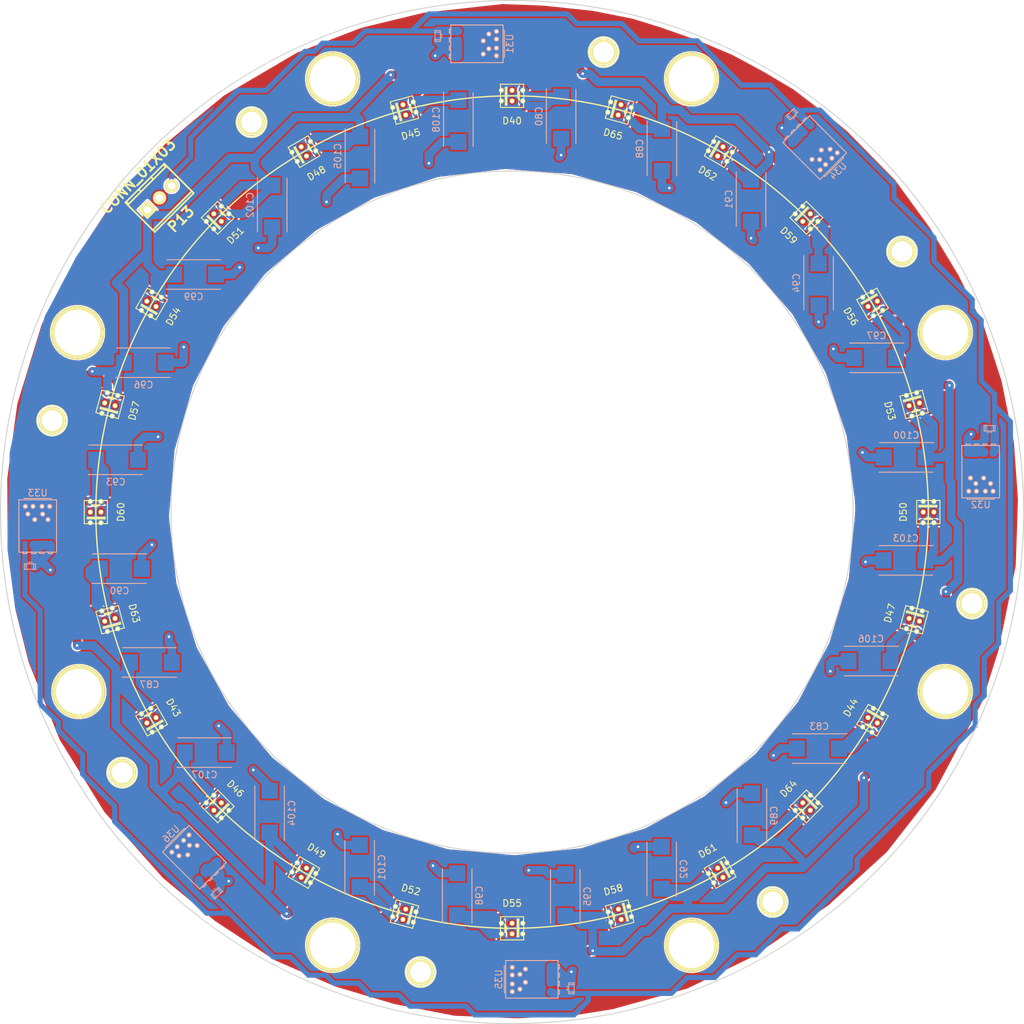
<source format=kicad_pcb>
(kicad_pcb (version 4) (host pcbnew 4.0.1-stable)
  (layers (0 F.Cu signal) (1 In1.Cu signal) (2 In2.Cu signal) (31 B.Cu signal) (34 B.Paste user) (35 F.Paste user) (36 B.SilkS user) (37 F.SilkS user) (38 B.Mask user) (39 F.Mask user) (44 Edge.Cuts user))
  (net 0 "")
  (net 1 "/LED-DC-DC/Df Ring/GNDiso")
  (net 2 "/LED-DC-DC/Df Ring/Vled2")
  (net 3 "Net-(D40-Pad1)")
  (net 4 "/LED-DC-DC/Df Ring/Drv4")
  (module Connect:1pin (layer F.Cu) (at 160.51 101.93)
    (fp_text reference "" (at 0 -3.048) (layer F.SilkS))
    (fp_text value "")
    (pad 1 thru_hole circle (at 0 0) (size 4.064 4.064) (drill 3.0988) (layers *.Cu *.Mask F.SilkS))
  )
  (module Connect:1pin (layer F.Cu) (at 78.37 156.81)
    (fp_text reference "" (at 0 -3.048) (layer F.SilkS))
    (fp_text value "")
    (pad 1 thru_hole circle (at 0 0) (size 4.064 4.064) (drill 3.0988) (layers *.Cu *.Mask F.SilkS))
  )
  (module Connect:1pin (layer F.Cu) (at 23.49 74.67)
    (fp_text reference "" (at 0 -3.048) (layer F.SilkS))
    (fp_text value "")
    (pad 1 thru_hole circle (at 0 0) (size 4.064 4.064) (drill 3.0988) (layers *.Cu *.Mask F.SilkS))
  )
  (module Connect:1pin (layer F.Cu) (at 53.19 30.22)
    (fp_text reference "" (at 0 -3.048) (layer F.SilkS))
    (fp_text value "")
    (pad 1 thru_hole circle (at 0 0) (size 4.064 4.064) (drill 3.0988) (layers *.Cu *.Mask F.SilkS))
  )
  (module Connect:1pin (layer F.Cu) (at 130.81 146.38)
    (fp_text reference "" (at 0 -3.048) (layer F.SilkS))
    (fp_text value "")
    (pad 1 thru_hole circle (at 0 0) (size 4.064 4.064) (drill 3.0988) (layers *.Cu *.Mask F.SilkS))
  )
  (module Connect:1pin (layer F.Cu) (at 33.92 127.11)
    (fp_text reference "" (at 0 -3.048) (layer F.SilkS))
    (fp_text value "")
    (pad 1 thru_hole circle (at 0 0) (size 4.064 4.064) (drill 3.0988) (layers *.Cu *.Mask F.SilkS))
  )
  (module SPCInterfaceBoard-SPCPWSSC:qtr-clearancehole (layer F.Cu) (at 156.53 61.57)
    (fp_text reference "" (at 0 -3.048) (layer F.SilkS))
    (fp_text value "")
    (pad 1 thru_hole circle (at 0 0) (size 7.76 7.76) (drill 6.76) (layers *.Cu *.Mask F.SilkS))
  )
  (module SPCInterfaceBoard-SPCPWSSC:qtr-clearancehole (layer F.Cu) (at 65.27 152.83)
    (fp_text reference "" (at 0 -3.048) (layer F.SilkS))
    (fp_text value "")
    (pad 1 thru_hole circle (at 0 0) (size 7.76 7.76) (drill 6.76) (layers *.Cu *.Mask F.SilkS))
  )
  (module SPCInterfaceBoard-SPCPWSSC:qtr-clearancehole (layer F.Cu) (at 118.73 152.83)
    (fp_text reference "" (at 0 -3.048) (layer F.SilkS))
    (fp_text value "")
    (pad 1 thru_hole circle (at 0 0) (size 7.76 7.76) (drill 6.76) (layers *.Cu *.Mask F.SilkS))
  )
  (module SPCInterfaceBoard-SPCPWSSC:qtr-clearancehole (layer F.Cu) (at 118.73 23.77)
    (fp_text reference "" (at 0 -3.048) (layer F.SilkS))
    (fp_text value "")
    (pad 1 thru_hole circle (at 0 0) (size 7.76 7.76) (drill 6.76) (layers *.Cu *.Mask F.SilkS))
  )
  (module SPCInterfaceBoard-SPCPWSSC:qtr-clearancehole (layer F.Cu) (at 156.53 115.03)
    (fp_text reference "" (at 0 -3.048) (layer F.SilkS))
    (fp_text value "")
    (pad 1 thru_hole circle (at 0 0) (size 7.76 7.76) (drill 6.76) (layers *.Cu *.Mask F.SilkS))
  )
  (module SPCInterfaceBoard-SPCPWSSC:qtr-clearancehole (layer F.Cu) (at 65.27 23.77)
    (fp_text reference "" (at 0 -3.048) (layer F.SilkS))
    (fp_text value "")
    (pad 1 thru_hole circle (at 0 0) (size 7.76 7.76) (drill 6.76) (layers *.Cu *.Mask F.SilkS))
  )
  (module SPCInterfaceBoard-SPCPWSSC:qtr-clearancehole (layer F.Cu) (at 27.27 61.57)
    (fp_text reference "" (at 0 -3.048) (layer F.SilkS))
    (fp_text value "")
    (pad 1 thru_hole circle (at 0 0) (size 7.76 7.76) (drill 6.76) (layers *.Cu *.Mask F.SilkS))
  )
  (module Connect:1pin (layer F.Cu) (at 105.63 19.79)
    (fp_text reference "" (at 0 -3.048) (layer F.SilkS))
    (fp_text value "")
    (pad 1 thru_hole circle (at 0 0) (size 4.064 4.064) (drill 3.0988) (layers *.Cu *.Mask F.SilkS))
  )
  (module Connect:1pin (layer F.Cu) (at 150.08 49.49)
    (fp_text reference "" (at 0 -3.048) (layer F.SilkS))
    (fp_text value "")
    (pad 1 thru_hole circle (at 0 0) (size 4.064 4.064) (drill 3.0988) (layers *.Cu *.Mask F.SilkS))
  )
  (module Capacitors_Tantalum_SMD:TantalC_SizeD_EIA-7343_Reflow (layer B.Cu) (at 99.30504 29.55488 270)
    (fp_text reference C80 (at -0.20066 3.29946 270) (layer B.SilkS) (effects (justify mirror)))
    (fp_text value "330 uF 10V")
    (pad 2 smd rect (at 3.12 0 270) (size 2.37 2.43) (layers B.Cu B.Paste B.Mask) (net 1 "/LED-DC-DC/Df Ring/GNDiso"))
    (pad 1 smd rect (at -3.12 0 270) (size 2.37 2.43) (layers B.Cu B.Paste B.Mask) (net 2 "/LED-DC-DC/Df Ring/Vled2"))
  )
  (module Capacitors_Tantalum_SMD:TantalC_SizeD_EIA-7343_Reflow (layer B.Cu) (at 137.553242 123.5298 180)
    (fp_text reference C83 (at -0.20066 3.29946 180) (layer B.SilkS) (effects (justify mirror)))
    (fp_text value "330 uF 10V")
    (pad 2 smd rect (at 3.12 0 180) (size 2.37 2.43) (layers B.Cu B.Paste B.Mask) (net 1 "/LED-DC-DC/Df Ring/GNDiso"))
    (pad 1 smd rect (at -3.12 0 180) (size 2.37 2.43) (layers B.Cu B.Paste B.Mask) (net 2 "/LED-DC-DC/Df Ring/Vled2"))
  )
  (module Capacitors_Tantalum_SMD:TantalC_SizeD_EIA-7343_Reflow (layer B.Cu) (at 38.19264 110.69772)
    (fp_text reference C87 (at -0.20066 3.29946) (layer B.SilkS) (effects (justify mirror)))
    (fp_text value "330 uF 10V")
    (pad 2 smd rect (at 3.12 0) (size 2.37 2.43) (layers B.Cu B.Paste B.Mask) (net 1 "/LED-DC-DC/Df Ring/GNDiso"))
    (pad 1 smd rect (at -3.12 0) (size 2.37 2.43) (layers B.Cu B.Paste B.Mask) (net 2 "/LED-DC-DC/Df Ring/Vled2"))
  )
  (module Capacitors_Tantalum_SMD:TantalC_SizeD_EIA-7343_Reflow (layer B.Cu) (at 114.32152 34.36564 270)
    (fp_text reference C88 (at -0.20066 3.29946 270) (layer B.SilkS) (effects (justify mirror)))
    (fp_text value "330 uF 10V")
    (pad 2 smd rect (at 3.12 0 270) (size 2.37 2.43) (layers B.Cu B.Paste B.Mask) (net 1 "/LED-DC-DC/Df Ring/GNDiso"))
    (pad 1 smd rect (at -3.12 0 270) (size 2.37 2.43) (layers B.Cu B.Paste B.Mask) (net 2 "/LED-DC-DC/Df Ring/Vled2"))
  )
  (module Capacitors_Tantalum_SMD:TantalC_SizeD_EIA-7343_Reflow (layer B.Cu) (at 127.72764 133.3088 90)
    (fp_text reference C89 (at -0.20066 3.29946 90) (layer B.SilkS) (effects (justify mirror)))
    (fp_text value "330 uF 10V")
    (pad 2 smd rect (at 3.12 0 90) (size 2.37 2.43) (layers B.Cu B.Paste B.Mask) (net 1 "/LED-DC-DC/Df Ring/GNDiso"))
    (pad 1 smd rect (at -3.12 0 90) (size 2.37 2.43) (layers B.Cu B.Paste B.Mask) (net 2 "/LED-DC-DC/Df Ring/Vled2"))
  )
  (module Capacitors_Tantalum_SMD:TantalC_SizeD_EIA-7343_Reflow (layer B.Cu) (at 33.72224 96.72772)
    (fp_text reference C90 (at -0.20066 3.29946) (layer B.SilkS) (effects (justify mirror)))
    (fp_text value "330 uF 10V")
    (pad 2 smd rect (at 3.12 0) (size 2.37 2.43) (layers B.Cu B.Paste B.Mask) (net 1 "/LED-DC-DC/Df Ring/GNDiso"))
    (pad 1 smd rect (at -3.12 0) (size 2.37 2.43) (layers B.Cu B.Paste B.Mask) (net 2 "/LED-DC-DC/Df Ring/Vled2"))
  )
  (module Capacitors_Tantalum_SMD:TantalC_SizeD_EIA-7343_Reflow (layer B.Cu) (at 127.59556 41.92976 270)
    (fp_text reference C91 (at -0.20066 3.29946 270) (layer B.SilkS) (effects (justify mirror)))
    (fp_text value "330 uF 10V")
    (pad 2 smd rect (at 3.12 0 270) (size 2.37 2.43) (layers B.Cu B.Paste B.Mask) (net 1 "/LED-DC-DC/Df Ring/GNDiso"))
    (pad 1 smd rect (at -3.12 0 270) (size 2.37 2.43) (layers B.Cu B.Paste B.Mask) (net 2 "/LED-DC-DC/Df Ring/Vled2"))
  )
  (module Capacitors_Tantalum_SMD:TantalC_SizeD_EIA-7343_Reflow (layer B.Cu) (at 114.28088 141.27424 90)
    (fp_text reference C92 (at -0.20066 3.29946 90) (layer B.SilkS) (effects (justify mirror)))
    (fp_text value "330 uF 10V")
    (pad 2 smd rect (at 3.12 0 90) (size 2.37 2.43) (layers B.Cu B.Paste B.Mask) (net 1 "/LED-DC-DC/Df Ring/GNDiso"))
    (pad 1 smd rect (at -3.12 0 90) (size 2.37 2.43) (layers B.Cu B.Paste B.Mask) (net 2 "/LED-DC-DC/Df Ring/Vled2"))
  )
  (module Capacitors_Tantalum_SMD:TantalC_SizeD_EIA-7343_Reflow (layer B.Cu) (at 33.16344 80.51744)
    (fp_text reference C93 (at -0.20066 3.29946) (layer B.SilkS) (effects (justify mirror)))
    (fp_text value "330 uF 10V")
    (pad 2 smd rect (at 3.12 0) (size 2.37 2.43) (layers B.Cu B.Paste B.Mask) (net 1 "/LED-DC-DC/Df Ring/GNDiso"))
    (pad 1 smd rect (at -3.12 0) (size 2.37 2.43) (layers B.Cu B.Paste B.Mask) (net 2 "/LED-DC-DC/Df Ring/Vled2"))
  )
  (module Capacitors_Tantalum_SMD:TantalC_SizeD_EIA-7343_Reflow (layer B.Cu) (at 137.65904 54.38592 270)
    (fp_text reference C94 (at -0.20066 3.29946 270) (layer B.SilkS) (effects (justify mirror)))
    (fp_text value "330 uF 10V")
    (pad 2 smd rect (at 3.12 0 270) (size 2.37 2.43) (layers B.Cu B.Paste B.Mask) (net 1 "/LED-DC-DC/Df Ring/GNDiso"))
    (pad 1 smd rect (at -3.12 0 270) (size 2.37 2.43) (layers B.Cu B.Paste B.Mask) (net 2 "/LED-DC-DC/Df Ring/Vled2"))
  )
  (module Capacitors_Tantalum_SMD:TantalC_SizeD_EIA-7343_Reflow (layer B.Cu) (at 99.92988 145.33824 90)
    (fp_text reference C95 (at -0.20066 3.29946 90) (layer B.SilkS) (effects (justify mirror)))
    (fp_text value "330 uF 10V")
    (pad 2 smd rect (at 3.12 0 90) (size 2.37 2.43) (layers B.Cu B.Paste B.Mask) (net 1 "/LED-DC-DC/Df Ring/GNDiso"))
    (pad 1 smd rect (at -3.12 0 90) (size 2.37 2.43) (layers B.Cu B.Paste B.Mask) (net 2 "/LED-DC-DC/Df Ring/Vled2"))
  )
  (module Capacitors_Tantalum_SMD:TantalC_SizeD_EIA-7343_Reflow (layer B.Cu) (at 37.30364 66.0496)
    (fp_text reference C96 (at -0.20066 3.29946) (layer B.SilkS) (effects (justify mirror)))
    (fp_text value "330 uF 10V")
    (pad 2 smd rect (at 3.12 0) (size 2.37 2.43) (layers B.Cu B.Paste B.Mask) (net 1 "/LED-DC-DC/Df Ring/GNDiso"))
    (pad 1 smd rect (at -3.12 0) (size 2.37 2.43) (layers B.Cu B.Paste B.Mask) (net 2 "/LED-DC-DC/Df Ring/Vled2"))
  )
  (module Capacitors_Tantalum_SMD:TantalC_SizeD_EIA-7343_Reflow (layer B.Cu) (at 146.08168 65.32824 180)
    (fp_text reference C97 (at -0.20066 3.29946 180) (layer B.SilkS) (effects (justify mirror)))
    (fp_text value "330 uF 10V")
    (pad 2 smd rect (at 3.12 0 180) (size 2.37 2.43) (layers B.Cu B.Paste B.Mask) (net 1 "/LED-DC-DC/Df Ring/GNDiso"))
    (pad 1 smd rect (at -3.12 0 180) (size 2.37 2.43) (layers B.Cu B.Paste B.Mask) (net 2 "/LED-DC-DC/Df Ring/Vled2"))
  )
  (module Capacitors_Tantalum_SMD:TantalC_SizeD_EIA-7343_Reflow (layer B.Cu) (at 83.8212 145.21632 90)
    (fp_text reference C98 (at -0.20066 3.29946 90) (layer B.SilkS) (effects (justify mirror)))
    (fp_text value "330 uF 10V")
    (pad 2 smd rect (at 3.12 0 90) (size 2.37 2.43) (layers B.Cu B.Paste B.Mask) (net 1 "/LED-DC-DC/Df Ring/GNDiso"))
    (pad 1 smd rect (at -3.12 0 90) (size 2.37 2.43) (layers B.Cu B.Paste B.Mask) (net 2 "/LED-DC-DC/Df Ring/Vled2"))
  )
  (module Capacitors_Tantalum_SMD:TantalC_SizeD_EIA-7343_Reflow (layer B.Cu) (at 44.77632 52.91272)
    (fp_text reference C99 (at -0.20066 3.29946) (layer B.SilkS) (effects (justify mirror)))
    (fp_text value "330 uF 10V")
    (pad 2 smd rect (at 3.12 0) (size 2.37 2.43) (layers B.Cu B.Paste B.Mask) (net 1 "/LED-DC-DC/Df Ring/GNDiso"))
    (pad 1 smd rect (at -3.12 0) (size 2.37 2.43) (layers B.Cu B.Paste B.Mask) (net 2 "/LED-DC-DC/Df Ring/Vled2"))
  )
  (module Capacitors_Tantalum_SMD:TantalC_SizeD_EIA-7343_Reflow (layer B.Cu) (at 150.50636 80.15676 180)
    (fp_text reference C100 (at -0.20066 3.29946 180) (layer B.SilkS) (effects (justify mirror)))
    (fp_text value "330 uF 10V")
    (pad 2 smd rect (at 3.12 0 180) (size 2.37 2.43) (layers B.Cu B.Paste B.Mask) (net 1 "/LED-DC-DC/Df Ring/GNDiso"))
    (pad 1 smd rect (at -3.12 0 180) (size 2.37 2.43) (layers B.Cu B.Paste B.Mask) (net 2 "/LED-DC-DC/Df Ring/Vled2"))
  )
  (module Capacitors_Tantalum_SMD:TantalC_SizeD_EIA-7343_Reflow (layer B.Cu) (at 69.2924 141.02532 90)
    (fp_text reference C101 (at -0.20066 3.29946 90) (layer B.SilkS) (effects (justify mirror)))
    (fp_text value "330 uF 10V")
    (pad 2 smd rect (at 3.12 0 90) (size 2.37 2.43) (layers B.Cu B.Paste B.Mask) (net 1 "/LED-DC-DC/Df Ring/GNDiso"))
    (pad 1 smd rect (at -3.12 0 90) (size 2.37 2.43) (layers B.Cu B.Paste B.Mask) (net 2 "/LED-DC-DC/Df Ring/Vled2"))
  )
  (module Capacitors_Tantalum_SMD:TantalC_SizeD_EIA-7343_Reflow (layer B.Cu) (at 56.26728 42.763762 270)
    (fp_text reference C102 (at -0.20066 3.29946 270) (layer B.SilkS) (effects (justify mirror)))
    (fp_text value "330 uF 10V")
    (pad 2 smd rect (at 3.12 0 270) (size 2.37 2.43) (layers B.Cu B.Paste B.Mask) (net 1 "/LED-DC-DC/Df Ring/GNDiso"))
    (pad 1 smd rect (at -3.12 0 270) (size 2.37 2.43) (layers B.Cu B.Paste B.Mask) (net 2 "/LED-DC-DC/Df Ring/Vled2"))
  )
  (module Capacitors_Tantalum_SMD:TantalC_SizeD_EIA-7343_Reflow (layer B.Cu) (at 150.451362 95.49836 180)
    (fp_text reference C103 (at -0.20066 3.29946 180) (layer B.SilkS) (effects (justify mirror)))
    (fp_text value "330 uF 10V")
    (pad 2 smd rect (at 3.12 0 180) (size 2.37 2.43) (layers B.Cu B.Paste B.Mask) (net 1 "/LED-DC-DC/Df Ring/GNDiso"))
    (pad 1 smd rect (at -3.12 0 180) (size 2.37 2.43) (layers B.Cu B.Paste B.Mask) (net 2 "/LED-DC-DC/Df Ring/Vled2"))
  )
  (module Capacitors_Tantalum_SMD:TantalC_SizeD_EIA-7343_Reflow (layer B.Cu) (at 55.8812 132.92272 90)
    (fp_text reference C104 (at -0.20066 3.29946 90) (layer B.SilkS) (effects (justify mirror)))
    (fp_text value "330 uF 10V")
    (pad 2 smd rect (at 3.12 0 90) (size 2.37 2.43) (layers B.Cu B.Paste B.Mask) (net 1 "/LED-DC-DC/Df Ring/GNDiso"))
    (pad 1 smd rect (at -3.12 0 90) (size 2.37 2.43) (layers B.Cu B.Paste B.Mask) (net 2 "/LED-DC-DC/Df Ring/Vled2"))
  )
  (module Capacitors_Tantalum_SMD:TantalC_SizeD_EIA-7343_Reflow (layer B.Cu) (at 69.3432 35.479042 270)
    (fp_text reference C105 (at -0.20066 3.29946 270) (layer B.SilkS) (effects (justify mirror)))
    (fp_text value "330 uF 10V")
    (pad 2 smd rect (at 3.12 0 270) (size 2.37 2.43) (layers B.Cu B.Paste B.Mask) (net 1 "/LED-DC-DC/Df Ring/GNDiso"))
    (pad 1 smd rect (at -3.12 0 270) (size 2.37 2.43) (layers B.Cu B.Paste B.Mask) (net 2 "/LED-DC-DC/Df Ring/Vled2"))
  )
  (module Capacitors_Tantalum_SMD:TantalC_SizeD_EIA-7343_Reflow (layer B.Cu) (at 145.249442 110.48944 180)
    (fp_text reference C106 (at -0.20066 3.29946 180) (layer B.SilkS) (effects (justify mirror)))
    (fp_text value "330 uF 10V")
    (pad 2 smd rect (at 3.12 0 180) (size 2.37 2.43) (layers B.Cu B.Paste B.Mask) (net 1 "/LED-DC-DC/Df Ring/GNDiso"))
    (pad 1 smd rect (at -3.12 0 180) (size 2.37 2.43) (layers B.Cu B.Paste B.Mask) (net 2 "/LED-DC-DC/Df Ring/Vled2"))
  )
  (module Capacitors_Tantalum_SMD:TantalC_SizeD_EIA-7343_Reflow (layer B.Cu) (at 46.38668 124.12924)
    (fp_text reference C107 (at -0.20066 3.29946) (layer B.SilkS) (effects (justify mirror)))
    (fp_text value "330 uF 10V")
    (pad 2 smd rect (at 3.12 0) (size 2.37 2.43) (layers B.Cu B.Paste B.Mask) (net 1 "/LED-DC-DC/Df Ring/GNDiso"))
    (pad 1 smd rect (at -3.12 0) (size 2.37 2.43) (layers B.Cu B.Paste B.Mask) (net 2 "/LED-DC-DC/Df Ring/Vled2"))
  )
  (module Capacitors_Tantalum_SMD:TantalC_SizeD_EIA-7343_Reflow (layer B.Cu) (at 83.999 30.04764 270)
    (fp_text reference C108 (at -0.20066 3.29946 270) (layer B.SilkS) (effects (justify mirror)))
    (fp_text value "330 uF 10V")
    (pad 2 smd rect (at 3.12 0 270) (size 2.37 2.43) (layers B.Cu B.Paste B.Mask) (net 1 "/LED-DC-DC/Df Ring/GNDiso"))
    (pad 1 smd rect (at -3.12 0 270) (size 2.37 2.43) (layers B.Cu B.Paste B.Mask) (net 2 "/LED-DC-DC/Df Ring/Vled2"))
  )
  (module SPCInterfaceBoard-SPCPWSSC:Cree_XP-L_HI-vias-4 (layer F.Cu) (at 92 26.3)
    (fp_text reference D40 (at 0 3.7338) (layer F.SilkS))
    (fp_text value Cree_XP-L_HI)
    (pad 3 smd rect (at 0 0) (size 1.3 4.5) (layers F.Cu F.Paste F.Mask) (net 1 "/LED-DC-DC/Df Ring/GNDiso"))
    (pad 2 smd rect (at 1.6 0) (size 0.9 4.5) (layers F.Cu F.Paste F.Mask) (net 2 "/LED-DC-DC/Df Ring/Vled2"))
    (pad 1 smd rect (at -1.6 0) (size 0.9 4.5) (layers F.Cu F.Paste F.Mask) (net 3 "Net-(D40-Pad1)"))
    (pad 2 thru_hole circle (at 1.5875 -0.8255) (size 0.7366 0.7366) (drill 0.381) (layers *.Cu *.Mask F.SilkS) (net 2 "/LED-DC-DC/Df Ring/Vled2"))
    (pad 2 thru_hole circle (at 1.5875 0.762) (size 0.7366 0.7366) (drill 0.381) (layers *.Cu *.Mask F.SilkS) (net 2 "/LED-DC-DC/Df Ring/Vled2"))
    (pad 3 thru_hole circle (at 0 -0.8255) (size 0.7366 0.7366) (drill 0.381) (layers *.Cu *.Mask F.SilkS) (net 1 "/LED-DC-DC/Df Ring/GNDiso"))
    (pad 3 thru_hole circle (at 0 0.762) (size 0.7366 0.7366) (drill 0.381) (layers *.Cu *.Mask F.SilkS) (net 1 "/LED-DC-DC/Df Ring/GNDiso"))
    (pad 1 thru_hole circle (at -1.5875 -0.8255) (size 0.7366 0.7366) (drill 0.381) (layers *.Cu *.Mask F.SilkS) (net 3 "Net-(D40-Pad1)"))
    (pad 1 thru_hole circle (at -1.5875 0.762) (size 0.7366 0.7366) (drill 0.381) (layers *.Cu *.Mask F.SilkS) (net 3 "Net-(D40-Pad1)"))
  )
  (module SPCInterfaceBoard-SPCPWSSC:Cree_XP-L_HI-vias-4 (layer F.Cu) (at 38.31 119.3 120)
    (fp_text reference D43 (at 0 3.7338 120) (layer F.SilkS))
    (fp_text value Cree_XP-L_HI)
    (pad 3 smd rect (at 0 0 120) (size 1.3 4.5) (layers F.Cu F.Paste F.Mask) (net 1 "/LED-DC-DC/Df Ring/GNDiso"))
    (pad 2 smd rect (at 1.6 0 120) (size 0.9 4.5) (layers F.Cu F.Paste F.Mask) (net 2 "/LED-DC-DC/Df Ring/Vled2"))
    (pad 1 smd rect (at -1.6 0 120) (size 0.9 4.5) (layers F.Cu F.Paste F.Mask) (net 3 "Net-(D40-Pad1)"))
    (pad 2 thru_hole circle (at 1.5875 -0.8255 120) (size 0.7366 0.7366) (drill 0.381) (layers *.Cu *.Mask F.SilkS) (net 2 "/LED-DC-DC/Df Ring/Vled2"))
    (pad 2 thru_hole circle (at 1.5875 0.762 120) (size 0.7366 0.7366) (drill 0.381) (layers *.Cu *.Mask F.SilkS) (net 2 "/LED-DC-DC/Df Ring/Vled2"))
    (pad 3 thru_hole circle (at 0 -0.8255 120) (size 0.7366 0.7366) (drill 0.381) (layers *.Cu *.Mask F.SilkS) (net 1 "/LED-DC-DC/Df Ring/GNDiso"))
    (pad 3 thru_hole circle (at 0 0.762 120) (size 0.7366 0.7366) (drill 0.381) (layers *.Cu *.Mask F.SilkS) (net 1 "/LED-DC-DC/Df Ring/GNDiso"))
    (pad 1 thru_hole circle (at -1.5875 -0.8255 120) (size 0.7366 0.7366) (drill 0.381) (layers *.Cu *.Mask F.SilkS) (net 3 "Net-(D40-Pad1)"))
    (pad 1 thru_hole circle (at -1.5875 0.762 120) (size 0.7366 0.7366) (drill 0.381) (layers *.Cu *.Mask F.SilkS) (net 3 "Net-(D40-Pad1)"))
  )
  (module SPCInterfaceBoard-SPCPWSSC:Cree_XP-L_HI-vias-4 (layer F.Cu) (at 145.69 119.3 240)
    (fp_text reference D44 (at 0 3.7338 240) (layer F.SilkS))
    (fp_text value Cree_XP-L_HI)
    (pad 3 smd rect (at 0 0 240) (size 1.3 4.5) (layers F.Cu F.Paste F.Mask) (net 1 "/LED-DC-DC/Df Ring/GNDiso"))
    (pad 2 smd rect (at 1.6 0 240) (size 0.9 4.5) (layers F.Cu F.Paste F.Mask) (net 2 "/LED-DC-DC/Df Ring/Vled2"))
    (pad 1 smd rect (at -1.6 0 240) (size 0.9 4.5) (layers F.Cu F.Paste F.Mask) (net 3 "Net-(D40-Pad1)"))
    (pad 2 thru_hole circle (at 1.5875 -0.8255 240) (size 0.7366 0.7366) (drill 0.381) (layers *.Cu *.Mask F.SilkS) (net 2 "/LED-DC-DC/Df Ring/Vled2"))
    (pad 2 thru_hole circle (at 1.5875 0.762 240) (size 0.7366 0.7366) (drill 0.381) (layers *.Cu *.Mask F.SilkS) (net 2 "/LED-DC-DC/Df Ring/Vled2"))
    (pad 3 thru_hole circle (at 0 -0.8255 240) (size 0.7366 0.7366) (drill 0.381) (layers *.Cu *.Mask F.SilkS) (net 1 "/LED-DC-DC/Df Ring/GNDiso"))
    (pad 3 thru_hole circle (at 0 0.762 240) (size 0.7366 0.7366) (drill 0.381) (layers *.Cu *.Mask F.SilkS) (net 1 "/LED-DC-DC/Df Ring/GNDiso"))
    (pad 1 thru_hole circle (at -1.5875 -0.8255 240) (size 0.7366 0.7366) (drill 0.381) (layers *.Cu *.Mask F.SilkS) (net 3 "Net-(D40-Pad1)"))
    (pad 1 thru_hole circle (at -1.5875 0.762 240) (size 0.7366 0.7366) (drill 0.381) (layers *.Cu *.Mask F.SilkS) (net 3 "Net-(D40-Pad1)"))
  )
  (module SPCInterfaceBoard-SPCPWSSC:Cree_XP-L_HI-vias-4 (layer F.Cu) (at 75.96 28.42 15)
    (fp_text reference D45 (at 0 3.7338 15) (layer F.SilkS))
    (fp_text value Cree_XP-L_HI)
    (pad 3 smd rect (at 0 0 15) (size 1.3 4.5) (layers F.Cu F.Paste F.Mask) (net 1 "/LED-DC-DC/Df Ring/GNDiso"))
    (pad 2 smd rect (at 1.6 0 15) (size 0.9 4.5) (layers F.Cu F.Paste F.Mask) (net 2 "/LED-DC-DC/Df Ring/Vled2"))
    (pad 1 smd rect (at -1.6 0 15) (size 0.9 4.5) (layers F.Cu F.Paste F.Mask) (net 3 "Net-(D40-Pad1)"))
    (pad 2 thru_hole circle (at 1.5875 -0.8255 15) (size 0.7366 0.7366) (drill 0.381) (layers *.Cu *.Mask F.SilkS) (net 2 "/LED-DC-DC/Df Ring/Vled2"))
    (pad 2 thru_hole circle (at 1.5875 0.762 15) (size 0.7366 0.7366) (drill 0.381) (layers *.Cu *.Mask F.SilkS) (net 2 "/LED-DC-DC/Df Ring/Vled2"))
    (pad 3 thru_hole circle (at 0 -0.8255 15) (size 0.7366 0.7366) (drill 0.381) (layers *.Cu *.Mask F.SilkS) (net 1 "/LED-DC-DC/Df Ring/GNDiso"))
    (pad 3 thru_hole circle (at 0 0.762 15) (size 0.7366 0.7366) (drill 0.381) (layers *.Cu *.Mask F.SilkS) (net 1 "/LED-DC-DC/Df Ring/GNDiso"))
    (pad 1 thru_hole circle (at -1.5875 -0.8255 15) (size 0.7366 0.7366) (drill 0.381) (layers *.Cu *.Mask F.SilkS) (net 3 "Net-(D40-Pad1)"))
    (pad 1 thru_hole circle (at -1.5875 0.762 15) (size 0.7366 0.7366) (drill 0.381) (layers *.Cu *.Mask F.SilkS) (net 3 "Net-(D40-Pad1)"))
  )
  (module SPCInterfaceBoard-SPCPWSSC:Cree_XP-L_HI-vias-4 (layer F.Cu) (at 48.16 132.14 135)
    (fp_text reference D46 (at 0 3.7338 135) (layer F.SilkS))
    (fp_text value Cree_XP-L_HI)
    (pad 3 smd rect (at 0 0 135) (size 1.3 4.5) (layers F.Cu F.Paste F.Mask) (net 1 "/LED-DC-DC/Df Ring/GNDiso"))
    (pad 2 smd rect (at 1.6 0 135) (size 0.9 4.5) (layers F.Cu F.Paste F.Mask) (net 2 "/LED-DC-DC/Df Ring/Vled2"))
    (pad 1 smd rect (at -1.6 0 135) (size 0.9 4.5) (layers F.Cu F.Paste F.Mask) (net 3 "Net-(D40-Pad1)"))
    (pad 2 thru_hole circle (at 1.5875 -0.8255 135) (size 0.7366 0.7366) (drill 0.381) (layers *.Cu *.Mask F.SilkS) (net 2 "/LED-DC-DC/Df Ring/Vled2"))
    (pad 2 thru_hole circle (at 1.5875 0.762 135) (size 0.7366 0.7366) (drill 0.381) (layers *.Cu *.Mask F.SilkS) (net 2 "/LED-DC-DC/Df Ring/Vled2"))
    (pad 3 thru_hole circle (at 0 -0.8255 135) (size 0.7366 0.7366) (drill 0.381) (layers *.Cu *.Mask F.SilkS) (net 1 "/LED-DC-DC/Df Ring/GNDiso"))
    (pad 3 thru_hole circle (at 0 0.762 135) (size 0.7366 0.7366) (drill 0.381) (layers *.Cu *.Mask F.SilkS) (net 1 "/LED-DC-DC/Df Ring/GNDiso"))
    (pad 1 thru_hole circle (at -1.5875 -0.8255 135) (size 0.7366 0.7366) (drill 0.381) (layers *.Cu *.Mask F.SilkS) (net 3 "Net-(D40-Pad1)"))
    (pad 1 thru_hole circle (at -1.5875 0.762 135) (size 0.7366 0.7366) (drill 0.381) (layers *.Cu *.Mask F.SilkS) (net 3 "Net-(D40-Pad1)"))
  )
  (module SPCInterfaceBoard-SPCPWSSC:Cree_XP-L_HI-vias-4 (layer F.Cu) (at 151.88 104.34 255)
    (fp_text reference D47 (at 0 3.7338 255) (layer F.SilkS))
    (fp_text value Cree_XP-L_HI)
    (pad 3 smd rect (at 0 0 255) (size 1.3 4.5) (layers F.Cu F.Paste F.Mask) (net 1 "/LED-DC-DC/Df Ring/GNDiso"))
    (pad 2 smd rect (at 1.6 0 255) (size 0.9 4.5) (layers F.Cu F.Paste F.Mask) (net 2 "/LED-DC-DC/Df Ring/Vled2"))
    (pad 1 smd rect (at -1.6 0 255) (size 0.9 4.5) (layers F.Cu F.Paste F.Mask) (net 3 "Net-(D40-Pad1)"))
    (pad 2 thru_hole circle (at 1.5875 -0.8255 255) (size 0.7366 0.7366) (drill 0.381) (layers *.Cu *.Mask F.SilkS) (net 2 "/LED-DC-DC/Df Ring/Vled2"))
    (pad 2 thru_hole circle (at 1.5875 0.762 255) (size 0.7366 0.7366) (drill 0.381) (layers *.Cu *.Mask F.SilkS) (net 2 "/LED-DC-DC/Df Ring/Vled2"))
    (pad 3 thru_hole circle (at 0 -0.8255 255) (size 0.7366 0.7366) (drill 0.381) (layers *.Cu *.Mask F.SilkS) (net 1 "/LED-DC-DC/Df Ring/GNDiso"))
    (pad 3 thru_hole circle (at 0 0.762 255) (size 0.7366 0.7366) (drill 0.381) (layers *.Cu *.Mask F.SilkS) (net 1 "/LED-DC-DC/Df Ring/GNDiso"))
    (pad 1 thru_hole circle (at -1.5875 -0.8255 255) (size 0.7366 0.7366) (drill 0.381) (layers *.Cu *.Mask F.SilkS) (net 3 "Net-(D40-Pad1)"))
    (pad 1 thru_hole circle (at -1.5875 0.762 255) (size 0.7366 0.7366) (drill 0.381) (layers *.Cu *.Mask F.SilkS) (net 3 "Net-(D40-Pad1)"))
  )
  (module SPCInterfaceBoard-SPCPWSSC:Cree_XP-L_HI-vias-4 (layer F.Cu) (at 61 34.61 30)
    (fp_text reference D48 (at 0 3.7338 30) (layer F.SilkS))
    (fp_text value Cree_XP-L_HI)
    (pad 3 smd rect (at 0 0 30) (size 1.3 4.5) (layers F.Cu F.Paste F.Mask) (net 1 "/LED-DC-DC/Df Ring/GNDiso"))
    (pad 2 smd rect (at 1.6 0 30) (size 0.9 4.5) (layers F.Cu F.Paste F.Mask) (net 2 "/LED-DC-DC/Df Ring/Vled2"))
    (pad 1 smd rect (at -1.6 0 30) (size 0.9 4.5) (layers F.Cu F.Paste F.Mask) (net 3 "Net-(D40-Pad1)"))
    (pad 2 thru_hole circle (at 1.5875 -0.8255 30) (size 0.7366 0.7366) (drill 0.381) (layers *.Cu *.Mask F.SilkS) (net 2 "/LED-DC-DC/Df Ring/Vled2"))
    (pad 2 thru_hole circle (at 1.5875 0.762 30) (size 0.7366 0.7366) (drill 0.381) (layers *.Cu *.Mask F.SilkS) (net 2 "/LED-DC-DC/Df Ring/Vled2"))
    (pad 3 thru_hole circle (at 0 -0.8255 30) (size 0.7366 0.7366) (drill 0.381) (layers *.Cu *.Mask F.SilkS) (net 1 "/LED-DC-DC/Df Ring/GNDiso"))
    (pad 3 thru_hole circle (at 0 0.762 30) (size 0.7366 0.7366) (drill 0.381) (layers *.Cu *.Mask F.SilkS) (net 1 "/LED-DC-DC/Df Ring/GNDiso"))
    (pad 1 thru_hole circle (at -1.5875 -0.8255 30) (size 0.7366 0.7366) (drill 0.381) (layers *.Cu *.Mask F.SilkS) (net 3 "Net-(D40-Pad1)"))
    (pad 1 thru_hole circle (at -1.5875 0.762 30) (size 0.7366 0.7366) (drill 0.381) (layers *.Cu *.Mask F.SilkS) (net 3 "Net-(D40-Pad1)"))
  )
  (module SPCInterfaceBoard-SPCPWSSC:Cree_XP-L_HI-vias-4 (layer F.Cu) (at 61 141.99 150)
    (fp_text reference D49 (at 0 3.7338 150) (layer F.SilkS))
    (fp_text value Cree_XP-L_HI)
    (pad 3 smd rect (at 0 0 150) (size 1.3 4.5) (layers F.Cu F.Paste F.Mask) (net 1 "/LED-DC-DC/Df Ring/GNDiso"))
    (pad 2 smd rect (at 1.6 0 150) (size 0.9 4.5) (layers F.Cu F.Paste F.Mask) (net 2 "/LED-DC-DC/Df Ring/Vled2"))
    (pad 1 smd rect (at -1.6 0 150) (size 0.9 4.5) (layers F.Cu F.Paste F.Mask) (net 3 "Net-(D40-Pad1)"))
    (pad 2 thru_hole circle (at 1.5875 -0.8255 150) (size 0.7366 0.7366) (drill 0.381) (layers *.Cu *.Mask F.SilkS) (net 2 "/LED-DC-DC/Df Ring/Vled2"))
    (pad 2 thru_hole circle (at 1.5875 0.762 150) (size 0.7366 0.7366) (drill 0.381) (layers *.Cu *.Mask F.SilkS) (net 2 "/LED-DC-DC/Df Ring/Vled2"))
    (pad 3 thru_hole circle (at 0 -0.8255 150) (size 0.7366 0.7366) (drill 0.381) (layers *.Cu *.Mask F.SilkS) (net 1 "/LED-DC-DC/Df Ring/GNDiso"))
    (pad 3 thru_hole circle (at 0 0.762 150) (size 0.7366 0.7366) (drill 0.381) (layers *.Cu *.Mask F.SilkS) (net 1 "/LED-DC-DC/Df Ring/GNDiso"))
    (pad 1 thru_hole circle (at -1.5875 -0.8255 150) (size 0.7366 0.7366) (drill 0.381) (layers *.Cu *.Mask F.SilkS) (net 3 "Net-(D40-Pad1)"))
    (pad 1 thru_hole circle (at -1.5875 0.762 150) (size 0.7366 0.7366) (drill 0.381) (layers *.Cu *.Mask F.SilkS) (net 3 "Net-(D40-Pad1)"))
  )
  (module SPCInterfaceBoard-SPCPWSSC:Cree_XP-L_HI-vias-4 (layer F.Cu) (at 154 88.3 270)
    (fp_text reference D50 (at 0 3.7338 270) (layer F.SilkS))
    (fp_text value Cree_XP-L_HI)
    (pad 3 smd rect (at 0 0 270) (size 1.3 4.5) (layers F.Cu F.Paste F.Mask) (net 1 "/LED-DC-DC/Df Ring/GNDiso"))
    (pad 2 smd rect (at 1.6 0 270) (size 0.9 4.5) (layers F.Cu F.Paste F.Mask) (net 2 "/LED-DC-DC/Df Ring/Vled2"))
    (pad 1 smd rect (at -1.6 0 270) (size 0.9 4.5) (layers F.Cu F.Paste F.Mask) (net 3 "Net-(D40-Pad1)"))
    (pad 2 thru_hole circle (at 1.5875 -0.8255 270) (size 0.7366 0.7366) (drill 0.381) (layers *.Cu *.Mask F.SilkS) (net 2 "/LED-DC-DC/Df Ring/Vled2"))
    (pad 2 thru_hole circle (at 1.5875 0.762 270) (size 0.7366 0.7366) (drill 0.381) (layers *.Cu *.Mask F.SilkS) (net 2 "/LED-DC-DC/Df Ring/Vled2"))
    (pad 3 thru_hole circle (at 0 -0.8255 270) (size 0.7366 0.7366) (drill 0.381) (layers *.Cu *.Mask F.SilkS) (net 1 "/LED-DC-DC/Df Ring/GNDiso"))
    (pad 3 thru_hole circle (at 0 0.762 270) (size 0.7366 0.7366) (drill 0.381) (layers *.Cu *.Mask F.SilkS) (net 1 "/LED-DC-DC/Df Ring/GNDiso"))
    (pad 1 thru_hole circle (at -1.5875 -0.8255 270) (size 0.7366 0.7366) (drill 0.381) (layers *.Cu *.Mask F.SilkS) (net 3 "Net-(D40-Pad1)"))
    (pad 1 thru_hole circle (at -1.5875 0.762 270) (size 0.7366 0.7366) (drill 0.381) (layers *.Cu *.Mask F.SilkS) (net 3 "Net-(D40-Pad1)"))
  )
  (module SPCInterfaceBoard-SPCPWSSC:Cree_XP-L_HI-vias-4 (layer F.Cu) (at 48.16 44.46 45)
    (fp_text reference D51 (at 0 3.7338 45) (layer F.SilkS))
    (fp_text value Cree_XP-L_HI)
    (pad 3 smd rect (at 0 0 45) (size 1.3 4.5) (layers F.Cu F.Paste F.Mask) (net 1 "/LED-DC-DC/Df Ring/GNDiso"))
    (pad 2 smd rect (at 1.6 0 45) (size 0.9 4.5) (layers F.Cu F.Paste F.Mask) (net 2 "/LED-DC-DC/Df Ring/Vled2"))
    (pad 1 smd rect (at -1.6 0 45) (size 0.9 4.5) (layers F.Cu F.Paste F.Mask) (net 3 "Net-(D40-Pad1)"))
    (pad 2 thru_hole circle (at 1.5875 -0.8255 45) (size 0.7366 0.7366) (drill 0.381) (layers *.Cu *.Mask F.SilkS) (net 2 "/LED-DC-DC/Df Ring/Vled2"))
    (pad 2 thru_hole circle (at 1.5875 0.762 45) (size 0.7366 0.7366) (drill 0.381) (layers *.Cu *.Mask F.SilkS) (net 2 "/LED-DC-DC/Df Ring/Vled2"))
    (pad 3 thru_hole circle (at 0 -0.8255 45) (size 0.7366 0.7366) (drill 0.381) (layers *.Cu *.Mask F.SilkS) (net 1 "/LED-DC-DC/Df Ring/GNDiso"))
    (pad 3 thru_hole circle (at 0 0.762 45) (size 0.7366 0.7366) (drill 0.381) (layers *.Cu *.Mask F.SilkS) (net 1 "/LED-DC-DC/Df Ring/GNDiso"))
    (pad 1 thru_hole circle (at -1.5875 -0.8255 45) (size 0.7366 0.7366) (drill 0.381) (layers *.Cu *.Mask F.SilkS) (net 3 "Net-(D40-Pad1)"))
    (pad 1 thru_hole circle (at -1.5875 0.762 45) (size 0.7366 0.7366) (drill 0.381) (layers *.Cu *.Mask F.SilkS) (net 3 "Net-(D40-Pad1)"))
  )
  (module SPCInterfaceBoard-SPCPWSSC:Cree_XP-L_HI-vias-4 (layer F.Cu) (at 75.96 148.18 165)
    (fp_text reference D52 (at 0 3.7338 165) (layer F.SilkS))
    (fp_text value Cree_XP-L_HI)
    (pad 3 smd rect (at 0 0 165) (size 1.3 4.5) (layers F.Cu F.Paste F.Mask) (net 1 "/LED-DC-DC/Df Ring/GNDiso"))
    (pad 2 smd rect (at 1.6 0 165) (size 0.9 4.5) (layers F.Cu F.Paste F.Mask) (net 2 "/LED-DC-DC/Df Ring/Vled2"))
    (pad 1 smd rect (at -1.6 0 165) (size 0.9 4.5) (layers F.Cu F.Paste F.Mask) (net 3 "Net-(D40-Pad1)"))
    (pad 2 thru_hole circle (at 1.5875 -0.8255 165) (size 0.7366 0.7366) (drill 0.381) (layers *.Cu *.Mask F.SilkS) (net 2 "/LED-DC-DC/Df Ring/Vled2"))
    (pad 2 thru_hole circle (at 1.5875 0.762 165) (size 0.7366 0.7366) (drill 0.381) (layers *.Cu *.Mask F.SilkS) (net 2 "/LED-DC-DC/Df Ring/Vled2"))
    (pad 3 thru_hole circle (at 0 -0.8255 165) (size 0.7366 0.7366) (drill 0.381) (layers *.Cu *.Mask F.SilkS) (net 1 "/LED-DC-DC/Df Ring/GNDiso"))
    (pad 3 thru_hole circle (at 0 0.762 165) (size 0.7366 0.7366) (drill 0.381) (layers *.Cu *.Mask F.SilkS) (net 1 "/LED-DC-DC/Df Ring/GNDiso"))
    (pad 1 thru_hole circle (at -1.5875 -0.8255 165) (size 0.7366 0.7366) (drill 0.381) (layers *.Cu *.Mask F.SilkS) (net 3 "Net-(D40-Pad1)"))
    (pad 1 thru_hole circle (at -1.5875 0.762 165) (size 0.7366 0.7366) (drill 0.381) (layers *.Cu *.Mask F.SilkS) (net 3 "Net-(D40-Pad1)"))
  )
  (module SPCInterfaceBoard-SPCPWSSC:Cree_XP-L_HI-vias-4 (layer F.Cu) (at 151.88 72.26 285)
    (fp_text reference D53 (at 0 3.7338 285) (layer F.SilkS))
    (fp_text value Cree_XP-L_HI)
    (pad 3 smd rect (at 0 0 285) (size 1.3 4.5) (layers F.Cu F.Paste F.Mask) (net 1 "/LED-DC-DC/Df Ring/GNDiso"))
    (pad 2 smd rect (at 1.6 0 285) (size 0.9 4.5) (layers F.Cu F.Paste F.Mask) (net 2 "/LED-DC-DC/Df Ring/Vled2"))
    (pad 1 smd rect (at -1.6 0 285) (size 0.9 4.5) (layers F.Cu F.Paste F.Mask) (net 3 "Net-(D40-Pad1)"))
    (pad 2 thru_hole circle (at 1.5875 -0.8255 285) (size 0.7366 0.7366) (drill 0.381) (layers *.Cu *.Mask F.SilkS) (net 2 "/LED-DC-DC/Df Ring/Vled2"))
    (pad 2 thru_hole circle (at 1.5875 0.762 285) (size 0.7366 0.7366) (drill 0.381) (layers *.Cu *.Mask F.SilkS) (net 2 "/LED-DC-DC/Df Ring/Vled2"))
    (pad 3 thru_hole circle (at 0 -0.8255 285) (size 0.7366 0.7366) (drill 0.381) (layers *.Cu *.Mask F.SilkS) (net 1 "/LED-DC-DC/Df Ring/GNDiso"))
    (pad 3 thru_hole circle (at 0 0.762 285) (size 0.7366 0.7366) (drill 0.381) (layers *.Cu *.Mask F.SilkS) (net 1 "/LED-DC-DC/Df Ring/GNDiso"))
    (pad 1 thru_hole circle (at -1.5875 -0.8255 285) (size 0.7366 0.7366) (drill 0.381) (layers *.Cu *.Mask F.SilkS) (net 3 "Net-(D40-Pad1)"))
    (pad 1 thru_hole circle (at -1.5875 0.762 285) (size 0.7366 0.7366) (drill 0.381) (layers *.Cu *.Mask F.SilkS) (net 3 "Net-(D40-Pad1)"))
  )
  (module SPCInterfaceBoard-SPCPWSSC:Cree_XP-L_HI-vias-4 (layer F.Cu) (at 38.31 57.3 60)
    (fp_text reference D54 (at 0 3.7338 60) (layer F.SilkS))
    (fp_text value Cree_XP-L_HI)
    (pad 3 smd rect (at 0 0 60) (size 1.3 4.5) (layers F.Cu F.Paste F.Mask) (net 1 "/LED-DC-DC/Df Ring/GNDiso"))
    (pad 2 smd rect (at 1.6 0 60) (size 0.9 4.5) (layers F.Cu F.Paste F.Mask) (net 2 "/LED-DC-DC/Df Ring/Vled2"))
    (pad 1 smd rect (at -1.6 0 60) (size 0.9 4.5) (layers F.Cu F.Paste F.Mask) (net 3 "Net-(D40-Pad1)"))
    (pad 2 thru_hole circle (at 1.5875 -0.8255 60) (size 0.7366 0.7366) (drill 0.381) (layers *.Cu *.Mask F.SilkS) (net 2 "/LED-DC-DC/Df Ring/Vled2"))
    (pad 2 thru_hole circle (at 1.5875 0.762 60) (size 0.7366 0.7366) (drill 0.381) (layers *.Cu *.Mask F.SilkS) (net 2 "/LED-DC-DC/Df Ring/Vled2"))
    (pad 3 thru_hole circle (at 0 -0.8255 60) (size 0.7366 0.7366) (drill 0.381) (layers *.Cu *.Mask F.SilkS) (net 1 "/LED-DC-DC/Df Ring/GNDiso"))
    (pad 3 thru_hole circle (at 0 0.762 60) (size 0.7366 0.7366) (drill 0.381) (layers *.Cu *.Mask F.SilkS) (net 1 "/LED-DC-DC/Df Ring/GNDiso"))
    (pad 1 thru_hole circle (at -1.5875 -0.8255 60) (size 0.7366 0.7366) (drill 0.381) (layers *.Cu *.Mask F.SilkS) (net 3 "Net-(D40-Pad1)"))
    (pad 1 thru_hole circle (at -1.5875 0.762 60) (size 0.7366 0.7366) (drill 0.381) (layers *.Cu *.Mask F.SilkS) (net 3 "Net-(D40-Pad1)"))
  )
  (module SPCInterfaceBoard-SPCPWSSC:Cree_XP-L_HI-vias-4 (layer F.Cu) (at 92 150.3 180)
    (fp_text reference D55 (at 0 3.7338 180) (layer F.SilkS))
    (fp_text value Cree_XP-L_HI)
    (pad 3 smd rect (at 0 0 180) (size 1.3 4.5) (layers F.Cu F.Paste F.Mask) (net 1 "/LED-DC-DC/Df Ring/GNDiso"))
    (pad 2 smd rect (at 1.6 0 180) (size 0.9 4.5) (layers F.Cu F.Paste F.Mask) (net 2 "/LED-DC-DC/Df Ring/Vled2"))
    (pad 1 smd rect (at -1.6 0 180) (size 0.9 4.5) (layers F.Cu F.Paste F.Mask) (net 3 "Net-(D40-Pad1)"))
    (pad 2 thru_hole circle (at 1.5875 -0.8255 180) (size 0.7366 0.7366) (drill 0.381) (layers *.Cu *.Mask F.SilkS) (net 2 "/LED-DC-DC/Df Ring/Vled2"))
    (pad 2 thru_hole circle (at 1.5875 0.762 180) (size 0.7366 0.7366) (drill 0.381) (layers *.Cu *.Mask F.SilkS) (net 2 "/LED-DC-DC/Df Ring/Vled2"))
    (pad 3 thru_hole circle (at 0 -0.8255 180) (size 0.7366 0.7366) (drill 0.381) (layers *.Cu *.Mask F.SilkS) (net 1 "/LED-DC-DC/Df Ring/GNDiso"))
    (pad 3 thru_hole circle (at 0 0.762 180) (size 0.7366 0.7366) (drill 0.381) (layers *.Cu *.Mask F.SilkS) (net 1 "/LED-DC-DC/Df Ring/GNDiso"))
    (pad 1 thru_hole circle (at -1.5875 -0.8255 180) (size 0.7366 0.7366) (drill 0.381) (layers *.Cu *.Mask F.SilkS) (net 3 "Net-(D40-Pad1)"))
    (pad 1 thru_hole circle (at -1.5875 0.762 180) (size 0.7366 0.7366) (drill 0.381) (layers *.Cu *.Mask F.SilkS) (net 3 "Net-(D40-Pad1)"))
  )
  (module SPCInterfaceBoard-SPCPWSSC:Cree_XP-L_HI-vias-4 (layer F.Cu) (at 145.69 57.3 300)
    (fp_text reference D56 (at 0 3.7338 300) (layer F.SilkS))
    (fp_text value Cree_XP-L_HI)
    (pad 3 smd rect (at 0 0 300) (size 1.3 4.5) (layers F.Cu F.Paste F.Mask) (net 1 "/LED-DC-DC/Df Ring/GNDiso"))
    (pad 2 smd rect (at 1.6 0 300) (size 0.9 4.5) (layers F.Cu F.Paste F.Mask) (net 2 "/LED-DC-DC/Df Ring/Vled2"))
    (pad 1 smd rect (at -1.6 0 300) (size 0.9 4.5) (layers F.Cu F.Paste F.Mask) (net 3 "Net-(D40-Pad1)"))
    (pad 2 thru_hole circle (at 1.5875 -0.8255 300) (size 0.7366 0.7366) (drill 0.381) (layers *.Cu *.Mask F.SilkS) (net 2 "/LED-DC-DC/Df Ring/Vled2"))
    (pad 2 thru_hole circle (at 1.5875 0.762 300) (size 0.7366 0.7366) (drill 0.381) (layers *.Cu *.Mask F.SilkS) (net 2 "/LED-DC-DC/Df Ring/Vled2"))
    (pad 3 thru_hole circle (at 0 -0.8255 300) (size 0.7366 0.7366) (drill 0.381) (layers *.Cu *.Mask F.SilkS) (net 1 "/LED-DC-DC/Df Ring/GNDiso"))
    (pad 3 thru_hole circle (at 0 0.762 300) (size 0.7366 0.7366) (drill 0.381) (layers *.Cu *.Mask F.SilkS) (net 1 "/LED-DC-DC/Df Ring/GNDiso"))
    (pad 1 thru_hole circle (at -1.5875 -0.8255 300) (size 0.7366 0.7366) (drill 0.381) (layers *.Cu *.Mask F.SilkS) (net 3 "Net-(D40-Pad1)"))
    (pad 1 thru_hole circle (at -1.5875 0.762 300) (size 0.7366 0.7366) (drill 0.381) (layers *.Cu *.Mask F.SilkS) (net 3 "Net-(D40-Pad1)"))
  )
  (module SPCInterfaceBoard-SPCPWSSC:Cree_XP-L_HI-vias-4 (layer F.Cu) (at 32.12 72.26 75)
    (fp_text reference D57 (at 0 3.7338 75) (layer F.SilkS))
    (fp_text value Cree_XP-L_HI)
    (pad 3 smd rect (at 0 0 75) (size 1.3 4.5) (layers F.Cu F.Paste F.Mask) (net 1 "/LED-DC-DC/Df Ring/GNDiso"))
    (pad 2 smd rect (at 1.6 0 75) (size 0.9 4.5) (layers F.Cu F.Paste F.Mask) (net 2 "/LED-DC-DC/Df Ring/Vled2"))
    (pad 1 smd rect (at -1.6 0 75) (size 0.9 4.5) (layers F.Cu F.Paste F.Mask) (net 3 "Net-(D40-Pad1)"))
    (pad 2 thru_hole circle (at 1.5875 -0.8255 75) (size 0.7366 0.7366) (drill 0.381) (layers *.Cu *.Mask F.SilkS) (net 2 "/LED-DC-DC/Df Ring/Vled2"))
    (pad 2 thru_hole circle (at 1.5875 0.762 75) (size 0.7366 0.7366) (drill 0.381) (layers *.Cu *.Mask F.SilkS) (net 2 "/LED-DC-DC/Df Ring/Vled2"))
    (pad 3 thru_hole circle (at 0 -0.8255 75) (size 0.7366 0.7366) (drill 0.381) (layers *.Cu *.Mask F.SilkS) (net 1 "/LED-DC-DC/Df Ring/GNDiso"))
    (pad 3 thru_hole circle (at 0 0.762 75) (size 0.7366 0.7366) (drill 0.381) (layers *.Cu *.Mask F.SilkS) (net 1 "/LED-DC-DC/Df Ring/GNDiso"))
    (pad 1 thru_hole circle (at -1.5875 -0.8255 75) (size 0.7366 0.7366) (drill 0.381) (layers *.Cu *.Mask F.SilkS) (net 3 "Net-(D40-Pad1)"))
    (pad 1 thru_hole circle (at -1.5875 0.762 75) (size 0.7366 0.7366) (drill 0.381) (layers *.Cu *.Mask F.SilkS) (net 3 "Net-(D40-Pad1)"))
  )
  (module SPCInterfaceBoard-SPCPWSSC:Cree_XP-L_HI-vias-4 (layer F.Cu) (at 108.04 148.18 195)
    (fp_text reference D58 (at 0 3.7338 195) (layer F.SilkS))
    (fp_text value Cree_XP-L_HI)
    (pad 3 smd rect (at 0 0 195) (size 1.3 4.5) (layers F.Cu F.Paste F.Mask) (net 1 "/LED-DC-DC/Df Ring/GNDiso"))
    (pad 2 smd rect (at 1.6 0 195) (size 0.9 4.5) (layers F.Cu F.Paste F.Mask) (net 2 "/LED-DC-DC/Df Ring/Vled2"))
    (pad 1 smd rect (at -1.6 0 195) (size 0.9 4.5) (layers F.Cu F.Paste F.Mask) (net 3 "Net-(D40-Pad1)"))
    (pad 2 thru_hole circle (at 1.5875 -0.8255 195) (size 0.7366 0.7366) (drill 0.381) (layers *.Cu *.Mask F.SilkS) (net 2 "/LED-DC-DC/Df Ring/Vled2"))
    (pad 2 thru_hole circle (at 1.5875 0.762 195) (size 0.7366 0.7366) (drill 0.381) (layers *.Cu *.Mask F.SilkS) (net 2 "/LED-DC-DC/Df Ring/Vled2"))
    (pad 3 thru_hole circle (at 0 -0.8255 195) (size 0.7366 0.7366) (drill 0.381) (layers *.Cu *.Mask F.SilkS) (net 1 "/LED-DC-DC/Df Ring/GNDiso"))
    (pad 3 thru_hole circle (at 0 0.762 195) (size 0.7366 0.7366) (drill 0.381) (layers *.Cu *.Mask F.SilkS) (net 1 "/LED-DC-DC/Df Ring/GNDiso"))
    (pad 1 thru_hole circle (at -1.5875 -0.8255 195) (size 0.7366 0.7366) (drill 0.381) (layers *.Cu *.Mask F.SilkS) (net 3 "Net-(D40-Pad1)"))
    (pad 1 thru_hole circle (at -1.5875 0.762 195) (size 0.7366 0.7366) (drill 0.381) (layers *.Cu *.Mask F.SilkS) (net 3 "Net-(D40-Pad1)"))
  )
  (module SPCInterfaceBoard-SPCPWSSC:Cree_XP-L_HI-vias-4 (layer F.Cu) (at 135.84 44.46 315)
    (fp_text reference D59 (at 0 3.7338 315) (layer F.SilkS))
    (fp_text value Cree_XP-L_HI)
    (pad 3 smd rect (at 0 0 315) (size 1.3 4.5) (layers F.Cu F.Paste F.Mask) (net 1 "/LED-DC-DC/Df Ring/GNDiso"))
    (pad 2 smd rect (at 1.6 0 315) (size 0.9 4.5) (layers F.Cu F.Paste F.Mask) (net 2 "/LED-DC-DC/Df Ring/Vled2"))
    (pad 1 smd rect (at -1.6 0 315) (size 0.9 4.5) (layers F.Cu F.Paste F.Mask) (net 3 "Net-(D40-Pad1)"))
    (pad 2 thru_hole circle (at 1.5875 -0.8255 315) (size 0.7366 0.7366) (drill 0.381) (layers *.Cu *.Mask F.SilkS) (net 2 "/LED-DC-DC/Df Ring/Vled2"))
    (pad 2 thru_hole circle (at 1.5875 0.762 315) (size 0.7366 0.7366) (drill 0.381) (layers *.Cu *.Mask F.SilkS) (net 2 "/LED-DC-DC/Df Ring/Vled2"))
    (pad 3 thru_hole circle (at 0 -0.8255 315) (size 0.7366 0.7366) (drill 0.381) (layers *.Cu *.Mask F.SilkS) (net 1 "/LED-DC-DC/Df Ring/GNDiso"))
    (pad 3 thru_hole circle (at 0 0.762 315) (size 0.7366 0.7366) (drill 0.381) (layers *.Cu *.Mask F.SilkS) (net 1 "/LED-DC-DC/Df Ring/GNDiso"))
    (pad 1 thru_hole circle (at -1.5875 -0.8255 315) (size 0.7366 0.7366) (drill 0.381) (layers *.Cu *.Mask F.SilkS) (net 3 "Net-(D40-Pad1)"))
    (pad 1 thru_hole circle (at -1.5875 0.762 315) (size 0.7366 0.7366) (drill 0.381) (layers *.Cu *.Mask F.SilkS) (net 3 "Net-(D40-Pad1)"))
  )
  (module SPCInterfaceBoard-SPCPWSSC:Cree_XP-L_HI-vias-4 (layer F.Cu) (at 30 88.3 90)
    (fp_text reference D60 (at 0 3.7338 90) (layer F.SilkS))
    (fp_text value Cree_XP-L_HI)
    (pad 3 smd rect (at 0 0 90) (size 1.3 4.5) (layers F.Cu F.Paste F.Mask) (net 1 "/LED-DC-DC/Df Ring/GNDiso"))
    (pad 2 smd rect (at 1.6 0 90) (size 0.9 4.5) (layers F.Cu F.Paste F.Mask) (net 2 "/LED-DC-DC/Df Ring/Vled2"))
    (pad 1 smd rect (at -1.6 0 90) (size 0.9 4.5) (layers F.Cu F.Paste F.Mask) (net 3 "Net-(D40-Pad1)"))
    (pad 2 thru_hole circle (at 1.5875 -0.8255 90) (size 0.7366 0.7366) (drill 0.381) (layers *.Cu *.Mask F.SilkS) (net 2 "/LED-DC-DC/Df Ring/Vled2"))
    (pad 2 thru_hole circle (at 1.5875 0.762 90) (size 0.7366 0.7366) (drill 0.381) (layers *.Cu *.Mask F.SilkS) (net 2 "/LED-DC-DC/Df Ring/Vled2"))
    (pad 3 thru_hole circle (at 0 -0.8255 90) (size 0.7366 0.7366) (drill 0.381) (layers *.Cu *.Mask F.SilkS) (net 1 "/LED-DC-DC/Df Ring/GNDiso"))
    (pad 3 thru_hole circle (at 0 0.762 90) (size 0.7366 0.7366) (drill 0.381) (layers *.Cu *.Mask F.SilkS) (net 1 "/LED-DC-DC/Df Ring/GNDiso"))
    (pad 1 thru_hole circle (at -1.5875 -0.8255 90) (size 0.7366 0.7366) (drill 0.381) (layers *.Cu *.Mask F.SilkS) (net 3 "Net-(D40-Pad1)"))
    (pad 1 thru_hole circle (at -1.5875 0.762 90) (size 0.7366 0.7366) (drill 0.381) (layers *.Cu *.Mask F.SilkS) (net 3 "Net-(D40-Pad1)"))
  )
  (module SPCInterfaceBoard-SPCPWSSC:Cree_XP-L_HI-vias-4 (layer F.Cu) (at 123 141.99 210)
    (fp_text reference D61 (at 0 3.7338 210) (layer F.SilkS))
    (fp_text value Cree_XP-L_HI)
    (pad 3 smd rect (at 0 0 210) (size 1.3 4.5) (layers F.Cu F.Paste F.Mask) (net 1 "/LED-DC-DC/Df Ring/GNDiso"))
    (pad 2 smd rect (at 1.6 0 210) (size 0.9 4.5) (layers F.Cu F.Paste F.Mask) (net 2 "/LED-DC-DC/Df Ring/Vled2"))
    (pad 1 smd rect (at -1.6 0 210) (size 0.9 4.5) (layers F.Cu F.Paste F.Mask) (net 3 "Net-(D40-Pad1)"))
    (pad 2 thru_hole circle (at 1.5875 -0.8255 210) (size 0.7366 0.7366) (drill 0.381) (layers *.Cu *.Mask F.SilkS) (net 2 "/LED-DC-DC/Df Ring/Vled2"))
    (pad 2 thru_hole circle (at 1.5875 0.762 210) (size 0.7366 0.7366) (drill 0.381) (layers *.Cu *.Mask F.SilkS) (net 2 "/LED-DC-DC/Df Ring/Vled2"))
    (pad 3 thru_hole circle (at 0 -0.8255 210) (size 0.7366 0.7366) (drill 0.381) (layers *.Cu *.Mask F.SilkS) (net 1 "/LED-DC-DC/Df Ring/GNDiso"))
    (pad 3 thru_hole circle (at 0 0.762 210) (size 0.7366 0.7366) (drill 0.381) (layers *.Cu *.Mask F.SilkS) (net 1 "/LED-DC-DC/Df Ring/GNDiso"))
    (pad 1 thru_hole circle (at -1.5875 -0.8255 210) (size 0.7366 0.7366) (drill 0.381) (layers *.Cu *.Mask F.SilkS) (net 3 "Net-(D40-Pad1)"))
    (pad 1 thru_hole circle (at -1.5875 0.762 210) (size 0.7366 0.7366) (drill 0.381) (layers *.Cu *.Mask F.SilkS) (net 3 "Net-(D40-Pad1)"))
  )
  (module SPCInterfaceBoard-SPCPWSSC:Cree_XP-L_HI-vias-4 (layer F.Cu) (at 123 34.61 330)
    (fp_text reference D62 (at 0 3.7338 330) (layer F.SilkS))
    (fp_text value Cree_XP-L_HI)
    (pad 3 smd rect (at 0 0 330) (size 1.3 4.5) (layers F.Cu F.Paste F.Mask) (net 1 "/LED-DC-DC/Df Ring/GNDiso"))
    (pad 2 smd rect (at 1.6 0 330) (size 0.9 4.5) (layers F.Cu F.Paste F.Mask) (net 2 "/LED-DC-DC/Df Ring/Vled2"))
    (pad 1 smd rect (at -1.6 0 330) (size 0.9 4.5) (layers F.Cu F.Paste F.Mask) (net 3 "Net-(D40-Pad1)"))
    (pad 2 thru_hole circle (at 1.5875 -0.8255 330) (size 0.7366 0.7366) (drill 0.381) (layers *.Cu *.Mask F.SilkS) (net 2 "/LED-DC-DC/Df Ring/Vled2"))
    (pad 2 thru_hole circle (at 1.5875 0.762 330) (size 0.7366 0.7366) (drill 0.381) (layers *.Cu *.Mask F.SilkS) (net 2 "/LED-DC-DC/Df Ring/Vled2"))
    (pad 3 thru_hole circle (at 0 -0.8255 330) (size 0.7366 0.7366) (drill 0.381) (layers *.Cu *.Mask F.SilkS) (net 1 "/LED-DC-DC/Df Ring/GNDiso"))
    (pad 3 thru_hole circle (at 0 0.762 330) (size 0.7366 0.7366) (drill 0.381) (layers *.Cu *.Mask F.SilkS) (net 1 "/LED-DC-DC/Df Ring/GNDiso"))
    (pad 1 thru_hole circle (at -1.5875 -0.8255 330) (size 0.7366 0.7366) (drill 0.381) (layers *.Cu *.Mask F.SilkS) (net 3 "Net-(D40-Pad1)"))
    (pad 1 thru_hole circle (at -1.5875 0.762 330) (size 0.7366 0.7366) (drill 0.381) (layers *.Cu *.Mask F.SilkS) (net 3 "Net-(D40-Pad1)"))
  )
  (module SPCInterfaceBoard-SPCPWSSC:Cree_XP-L_HI-vias-4 (layer F.Cu) (at 32.12 104.34 105)
    (fp_text reference D63 (at 0 3.7338 105) (layer F.SilkS))
    (fp_text value Cree_XP-L_HI)
    (pad 3 smd rect (at 0 0 105) (size 1.3 4.5) (layers F.Cu F.Paste F.Mask) (net 1 "/LED-DC-DC/Df Ring/GNDiso"))
    (pad 2 smd rect (at 1.6 0 105) (size 0.9 4.5) (layers F.Cu F.Paste F.Mask) (net 2 "/LED-DC-DC/Df Ring/Vled2"))
    (pad 1 smd rect (at -1.6 0 105) (size 0.9 4.5) (layers F.Cu F.Paste F.Mask) (net 3 "Net-(D40-Pad1)"))
    (pad 2 thru_hole circle (at 1.5875 -0.8255 105) (size 0.7366 0.7366) (drill 0.381) (layers *.Cu *.Mask F.SilkS) (net 2 "/LED-DC-DC/Df Ring/Vled2"))
    (pad 2 thru_hole circle (at 1.5875 0.762 105) (size 0.7366 0.7366) (drill 0.381) (layers *.Cu *.Mask F.SilkS) (net 2 "/LED-DC-DC/Df Ring/Vled2"))
    (pad 3 thru_hole circle (at 0 -0.8255 105) (size 0.7366 0.7366) (drill 0.381) (layers *.Cu *.Mask F.SilkS) (net 1 "/LED-DC-DC/Df Ring/GNDiso"))
    (pad 3 thru_hole circle (at 0 0.762 105) (size 0.7366 0.7366) (drill 0.381) (layers *.Cu *.Mask F.SilkS) (net 1 "/LED-DC-DC/Df Ring/GNDiso"))
    (pad 1 thru_hole circle (at -1.5875 -0.8255 105) (size 0.7366 0.7366) (drill 0.381) (layers *.Cu *.Mask F.SilkS) (net 3 "Net-(D40-Pad1)"))
    (pad 1 thru_hole circle (at -1.5875 0.762 105) (size 0.7366 0.7366) (drill 0.381) (layers *.Cu *.Mask F.SilkS) (net 3 "Net-(D40-Pad1)"))
  )
  (module SPCInterfaceBoard-SPCPWSSC:Cree_XP-L_HI-vias-4 (layer F.Cu) (at 135.84 132.14 225)
    (fp_text reference D64 (at 0 3.7338 225) (layer F.SilkS))
    (fp_text value Cree_XP-L_HI)
    (pad 3 smd rect (at 0 0 225) (size 1.3 4.5) (layers F.Cu F.Paste F.Mask) (net 1 "/LED-DC-DC/Df Ring/GNDiso"))
    (pad 2 smd rect (at 1.6 0 225) (size 0.9 4.5) (layers F.Cu F.Paste F.Mask) (net 2 "/LED-DC-DC/Df Ring/Vled2"))
    (pad 1 smd rect (at -1.6 0 225) (size 0.9 4.5) (layers F.Cu F.Paste F.Mask) (net 3 "Net-(D40-Pad1)"))
    (pad 2 thru_hole circle (at 1.5875 -0.8255 225) (size 0.7366 0.7366) (drill 0.381) (layers *.Cu *.Mask F.SilkS) (net 2 "/LED-DC-DC/Df Ring/Vled2"))
    (pad 2 thru_hole circle (at 1.5875 0.762 225) (size 0.7366 0.7366) (drill 0.381) (layers *.Cu *.Mask F.SilkS) (net 2 "/LED-DC-DC/Df Ring/Vled2"))
    (pad 3 thru_hole circle (at 0 -0.8255 225) (size 0.7366 0.7366) (drill 0.381) (layers *.Cu *.Mask F.SilkS) (net 1 "/LED-DC-DC/Df Ring/GNDiso"))
    (pad 3 thru_hole circle (at 0 0.762 225) (size 0.7366 0.7366) (drill 0.381) (layers *.Cu *.Mask F.SilkS) (net 1 "/LED-DC-DC/Df Ring/GNDiso"))
    (pad 1 thru_hole circle (at -1.5875 -0.8255 225) (size 0.7366 0.7366) (drill 0.381) (layers *.Cu *.Mask F.SilkS) (net 3 "Net-(D40-Pad1)"))
    (pad 1 thru_hole circle (at -1.5875 0.762 225) (size 0.7366 0.7366) (drill 0.381) (layers *.Cu *.Mask F.SilkS) (net 3 "Net-(D40-Pad1)"))
  )
  (module SPCInterfaceBoard-SPCPWSSC:Cree_XP-L_HI-vias-4 (layer F.Cu) (at 108 28.42 345)
    (fp_text reference D65 (at 0 3.7338 345) (layer F.SilkS))
    (fp_text value Cree_XP-L_HI)
    (pad 3 smd rect (at 0 0 345) (size 1.3 4.5) (layers F.Cu F.Paste F.Mask) (net 1 "/LED-DC-DC/Df Ring/GNDiso"))
    (pad 2 smd rect (at 1.6 0 345) (size 0.9 4.5) (layers F.Cu F.Paste F.Mask) (net 2 "/LED-DC-DC/Df Ring/Vled2"))
    (pad 1 smd rect (at -1.6 0 345) (size 0.9 4.5) (layers F.Cu F.Paste F.Mask) (net 3 "Net-(D40-Pad1)"))
    (pad 2 thru_hole circle (at 1.5875 -0.8255 345) (size 0.7366 0.7366) (drill 0.381) (layers *.Cu *.Mask F.SilkS) (net 2 "/LED-DC-DC/Df Ring/Vled2"))
    (pad 2 thru_hole circle (at 1.5875 0.762 345) (size 0.7366 0.7366) (drill 0.381) (layers *.Cu *.Mask F.SilkS) (net 2 "/LED-DC-DC/Df Ring/Vled2"))
    (pad 3 thru_hole circle (at 0 -0.8255 345) (size 0.7366 0.7366) (drill 0.381) (layers *.Cu *.Mask F.SilkS) (net 1 "/LED-DC-DC/Df Ring/GNDiso"))
    (pad 3 thru_hole circle (at 0 0.762 345) (size 0.7366 0.7366) (drill 0.381) (layers *.Cu *.Mask F.SilkS) (net 1 "/LED-DC-DC/Df Ring/GNDiso"))
    (pad 1 thru_hole circle (at -1.5875 -0.8255 345) (size 0.7366 0.7366) (drill 0.381) (layers *.Cu *.Mask F.SilkS) (net 3 "Net-(D40-Pad1)"))
    (pad 1 thru_hole circle (at -1.5875 0.762 345) (size 0.7366 0.7366) (drill 0.381) (layers *.Cu *.Mask F.SilkS) (net 3 "Net-(D40-Pad1)"))
  )
  (module w_smd_resistors:r_0603 (layer B.Cu) (at 80.91544 17.3832 90)
    (fp_text reference R102 (at 0 0.6096 90) (layer B.SilkS) (effects (font (size 0.20066 0.20066) (thickness 0.04064)) (justify mirror)))
    (fp_text value 100k hide)
    (pad 1 smd rect (at 0.75184 0 90) (size 0.89916 1.00076) (layers B.Cu B.Paste B.Mask) (net 4 "/LED-DC-DC/Df Ring/Drv4"))
    (pad 2 smd rect (at -0.75184 0 90) (size 0.89916 1.00076) (layers B.Cu B.Paste B.Mask) (net 1 "/LED-DC-DC/Df Ring/GNDiso"))
  )
  (module w_smd_resistors:r_0603 (layer B.Cu) (at 163.13524 75.81336)
    (fp_text reference R103 (at 0 0.6096) (layer B.SilkS) (effects (font (size 0.20066 0.20066) (thickness 0.04064)) (justify mirror)))
    (fp_text value 100k hide)
    (pad 1 smd rect (at 0.75184 0) (size 0.89916 1.00076) (layers B.Cu B.Paste B.Mask) (net 4 "/LED-DC-DC/Df Ring/Drv4"))
    (pad 2 smd rect (at -0.75184 0) (size 0.89916 1.00076) (layers B.Cu B.Paste B.Mask) (net 1 "/LED-DC-DC/Df Ring/GNDiso"))
  )
  (module w_smd_resistors:r_0603 (layer B.Cu) (at 20.18912 96.41784 180)
    (fp_text reference R104 (at 0 0.6096 180) (layer B.SilkS) (effects (font (size 0.20066 0.20066) (thickness 0.04064)) (justify mirror)))
    (fp_text value 100k hide)
    (pad 1 smd rect (at 0.75184 0 180) (size 0.89916 1.00076) (layers B.Cu B.Paste B.Mask) (net 4 "/LED-DC-DC/Df Ring/Drv4"))
    (pad 2 smd rect (at -0.75184 0 180) (size 0.89916 1.00076) (layers B.Cu B.Paste B.Mask) (net 1 "/LED-DC-DC/Df Ring/GNDiso"))
  )
  (module w_smd_resistors:r_0603 (layer B.Cu) (at 133.68648 29.0418 45)
    (fp_text reference R105 (at 0 0.6096 45) (layer B.SilkS) (effects (font (size 0.20066 0.20066) (thickness 0.04064)) (justify mirror)))
    (fp_text value 100k hide)
    (pad 1 smd rect (at 0.75184 0 45) (size 0.89916 1.00076) (layers B.Cu B.Paste B.Mask) (net 4 "/LED-DC-DC/Df Ring/Drv4"))
    (pad 2 smd rect (at -0.75184 0 45) (size 0.89916 1.00076) (layers B.Cu B.Paste B.Mask) (net 1 "/LED-DC-DC/Df Ring/GNDiso"))
  )
  (module w_smd_resistors:r_0603 (layer B.Cu) (at 100.8392 159.2422 270)
    (fp_text reference R106 (at 0 0.6096 270) (layer B.SilkS) (effects (font (size 0.20066 0.20066) (thickness 0.04064)) (justify mirror)))
    (fp_text value 100k hide)
    (pad 1 smd rect (at 0.75184 0 270) (size 0.89916 1.00076) (layers B.Cu B.Paste B.Mask) (net 4 "/LED-DC-DC/Df Ring/Drv4"))
    (pad 2 smd rect (at -0.75184 0 270) (size 0.89916 1.00076) (layers B.Cu B.Paste B.Mask) (net 1 "/LED-DC-DC/Df Ring/GNDiso"))
  )
  (module w_smd_resistors:r_0603 (layer B.Cu) (at 47.99704 145.069 225)
    (fp_text reference R107 (at 0 0.6096 225) (layer B.SilkS) (effects (font (size 0.20066 0.20066) (thickness 0.04064)) (justify mirror)))
    (fp_text value 100k hide)
    (pad 1 smd rect (at 0.75184 0 225) (size 0.89916 1.00076) (layers B.Cu B.Paste B.Mask) (net 4 "/LED-DC-DC/Df Ring/Drv4"))
    (pad 2 smd rect (at -0.75184 0 225) (size 0.89916 1.00076) (layers B.Cu B.Paste B.Mask) (net 1 "/LED-DC-DC/Df Ring/GNDiso"))
  )
  (module SPCInterfaceBoard-SPCPWSSC:SOT-669_LFPAK-vias (layer B.Cu) (at 86.75744 18.5516 90)
    (fp_text reference U31 (at 0 4.925 90) (layer B.SilkS) (effects (justify mirror)))
    (fp_text value HAT2168H)
    (pad 5 thru_hole circle (at -1.524 0.9525 90) (size 0.7366 0.7366) (drill 0.381) (layers *.Cu *.Mask B.SilkS) (net 3 "Net-(D40-Pad1)"))
    (pad 5 thru_hole circle (at -0.7366 1.778 90) (size 0.7366 0.7366) (drill 0.381) (layers *.Cu *.Mask B.SilkS) (net 3 "Net-(D40-Pad1)"))
    (pad 5 thru_hole circle (at 1.4605 1.778 90) (size 0.7366 0.7366) (drill 0.381) (layers *.Cu *.Mask B.SilkS) (net 3 "Net-(D40-Pad1)"))
    (pad 5 thru_hole circle (at 0.4445 0.9525 90) (size 0.7366 0.7366) (drill 0.381) (layers *.Cu *.Mask B.SilkS) (net 3 "Net-(D40-Pad1)"))
    (pad 5 thru_hole circle (at 0.6985 2.921 90) (size 0.7366 0.7366) (drill 0.381) (layers *.Cu *.Mask B.SilkS) (net 3 "Net-(D40-Pad1)"))
    (pad 5 thru_hole circle (at 1.8415 2.921 90) (size 0.7366 0.7366) (drill 0.381) (layers *.Cu *.Mask B.SilkS) (net 3 "Net-(D40-Pad1)"))
    (pad 5 thru_hole circle (at -0.635 2.921 90) (size 0.7366 0.7366) (drill 0.381) (layers *.Cu *.Mask B.SilkS) (net 3 "Net-(D40-Pad1)"))
    (pad 2 smd rect (at -0.635 -2.825 90) (size 0.7 1.15) (layers B.Cu B.Paste B.Mask) (net 1 "/LED-DC-DC/Df Ring/GNDiso"))
    (pad 1 smd rect (at -1.905 -2.825 90) (size 0.7 1.15) (layers B.Cu B.Paste B.Mask) (net 1 "/LED-DC-DC/Df Ring/GNDiso"))
    (pad 3 smd rect (at 0.635 -2.825 90) (size 0.7 1.15) (layers B.Cu B.Paste B.Mask) (net 1 "/LED-DC-DC/Df Ring/GNDiso"))
    (pad 5 smd rect (at 0 2.65 90) (size 4.7 1.55) (layers B.Cu B.Mask) (net 3 "Net-(D40-Pad1)"))
    (pad 5 smd rect (at 0 0.45 90) (size 4.2 3.3) (layers B.Cu B.Mask) (net 3 "Net-(D40-Pad1)"))
    (pad 4 smd rect (at 1.905 -2.825 90) (size 0.7 1.15) (layers B.Cu B.Paste B.Mask) (net 4 "/LED-DC-DC/Df Ring/Drv4"))
    (pad 5 thru_hole circle (at -1.778 2.921 90) (size 0.7366 0.7366) (drill 0.3302) (layers *.Cu *.Mask B.SilkS) (net 3 "Net-(D40-Pad1)"))
  )
  (module SPCInterfaceBoard-SPCPWSSC:SOT-669_LFPAK-vias (layer B.Cu) (at 161.80428 82.27512)
    (fp_text reference U32 (at 0 4.925) (layer B.SilkS) (effects (justify mirror)))
    (fp_text value HAT2168H)
    (pad 5 thru_hole circle (at -1.524 0.9525) (size 0.7366 0.7366) (drill 0.381) (layers *.Cu *.Mask B.SilkS) (net 3 "Net-(D40-Pad1)"))
    (pad 5 thru_hole circle (at -0.7366 1.778) (size 0.7366 0.7366) (drill 0.381) (layers *.Cu *.Mask B.SilkS) (net 3 "Net-(D40-Pad1)"))
    (pad 5 thru_hole circle (at 1.4605 1.778) (size 0.7366 0.7366) (drill 0.381) (layers *.Cu *.Mask B.SilkS) (net 3 "Net-(D40-Pad1)"))
    (pad 5 thru_hole circle (at 0.4445 0.9525) (size 0.7366 0.7366) (drill 0.381) (layers *.Cu *.Mask B.SilkS) (net 3 "Net-(D40-Pad1)"))
    (pad 5 thru_hole circle (at 0.6985 2.921) (size 0.7366 0.7366) (drill 0.381) (layers *.Cu *.Mask B.SilkS) (net 3 "Net-(D40-Pad1)"))
    (pad 5 thru_hole circle (at 1.8415 2.921) (size 0.7366 0.7366) (drill 0.381) (layers *.Cu *.Mask B.SilkS) (net 3 "Net-(D40-Pad1)"))
    (pad 5 thru_hole circle (at -0.635 2.921) (size 0.7366 0.7366) (drill 0.381) (layers *.Cu *.Mask B.SilkS) (net 3 "Net-(D40-Pad1)"))
    (pad 2 smd rect (at -0.635 -2.825) (size 0.7 1.15) (layers B.Cu B.Paste B.Mask) (net 1 "/LED-DC-DC/Df Ring/GNDiso"))
    (pad 1 smd rect (at -1.905 -2.825) (size 0.7 1.15) (layers B.Cu B.Paste B.Mask) (net 1 "/LED-DC-DC/Df Ring/GNDiso"))
    (pad 3 smd rect (at 0.635 -2.825) (size 0.7 1.15) (layers B.Cu B.Paste B.Mask) (net 1 "/LED-DC-DC/Df Ring/GNDiso"))
    (pad 5 smd rect (at 0 2.65) (size 4.7 1.55) (layers B.Cu B.Mask) (net 3 "Net-(D40-Pad1)"))
    (pad 5 smd rect (at 0 0.45) (size 4.2 3.3) (layers B.Cu B.Mask) (net 3 "Net-(D40-Pad1)"))
    (pad 4 smd rect (at 1.905 -2.825) (size 0.7 1.15) (layers B.Cu B.Paste B.Mask) (net 4 "/LED-DC-DC/Df Ring/Drv4"))
    (pad 5 thru_hole circle (at -1.778 2.921) (size 0.7366 0.7366) (drill 0.3302) (layers *.Cu *.Mask B.SilkS) (net 3 "Net-(D40-Pad1)"))
  )
  (module SPCInterfaceBoard-SPCPWSSC:SOT-669_LFPAK-vias (layer B.Cu) (at 21.34228 90.37264 180)
    (fp_text reference U33 (at 0 4.925 180) (layer B.SilkS) (effects (justify mirror)))
    (fp_text value HAT2168H)
    (pad 5 thru_hole circle (at -1.524 0.9525 180) (size 0.7366 0.7366) (drill 0.381) (layers *.Cu *.Mask B.SilkS) (net 3 "Net-(D40-Pad1)"))
    (pad 5 thru_hole circle (at -0.7366 1.778 180) (size 0.7366 0.7366) (drill 0.381) (layers *.Cu *.Mask B.SilkS) (net 3 "Net-(D40-Pad1)"))
    (pad 5 thru_hole circle (at 1.4605 1.778 180) (size 0.7366 0.7366) (drill 0.381) (layers *.Cu *.Mask B.SilkS) (net 3 "Net-(D40-Pad1)"))
    (pad 5 thru_hole circle (at 0.4445 0.9525 180) (size 0.7366 0.7366) (drill 0.381) (layers *.Cu *.Mask B.SilkS) (net 3 "Net-(D40-Pad1)"))
    (pad 5 thru_hole circle (at 0.6985 2.921 180) (size 0.7366 0.7366) (drill 0.381) (layers *.Cu *.Mask B.SilkS) (net 3 "Net-(D40-Pad1)"))
    (pad 5 thru_hole circle (at 1.8415 2.921 180) (size 0.7366 0.7366) (drill 0.381) (layers *.Cu *.Mask B.SilkS) (net 3 "Net-(D40-Pad1)"))
    (pad 5 thru_hole circle (at -0.635 2.921 180) (size 0.7366 0.7366) (drill 0.381) (layers *.Cu *.Mask B.SilkS) (net 3 "Net-(D40-Pad1)"))
    (pad 2 smd rect (at -0.635 -2.825 180) (size 0.7 1.15) (layers B.Cu B.Paste B.Mask) (net 1 "/LED-DC-DC/Df Ring/GNDiso"))
    (pad 1 smd rect (at -1.905 -2.825 180) (size 0.7 1.15) (layers B.Cu B.Paste B.Mask) (net 1 "/LED-DC-DC/Df Ring/GNDiso"))
    (pad 3 smd rect (at 0.635 -2.825 180) (size 0.7 1.15) (layers B.Cu B.Paste B.Mask) (net 1 "/LED-DC-DC/Df Ring/GNDiso"))
    (pad 5 smd rect (at 0 2.65 180) (size 4.7 1.55) (layers B.Cu B.Mask) (net 3 "Net-(D40-Pad1)"))
    (pad 5 smd rect (at 0 0.45 180) (size 4.2 3.3) (layers B.Cu B.Mask) (net 3 "Net-(D40-Pad1)"))
    (pad 4 smd rect (at 1.905 -2.825 180) (size 0.7 1.15) (layers B.Cu B.Paste B.Mask) (net 4 "/LED-DC-DC/Df Ring/Drv4"))
    (pad 5 thru_hole circle (at -1.778 2.921 180) (size 0.7366 0.7366) (drill 0.3302) (layers *.Cu *.Mask B.SilkS) (net 3 "Net-(D40-Pad1)"))
  )
  (module SPCInterfaceBoard-SPCPWSSC:SOT-669_LFPAK-vias (layer B.Cu) (at 137.07484 34.0202 45)
    (fp_text reference U34 (at 0 4.925 45) (layer B.SilkS) (effects (justify mirror)))
    (fp_text value HAT2168H)
    (pad 5 thru_hole circle (at -1.524 0.9525 45) (size 0.7366 0.7366) (drill 0.381) (layers *.Cu *.Mask B.SilkS) (net 3 "Net-(D40-Pad1)"))
    (pad 5 thru_hole circle (at -0.7366 1.778 45) (size 0.7366 0.7366) (drill 0.381) (layers *.Cu *.Mask B.SilkS) (net 3 "Net-(D40-Pad1)"))
    (pad 5 thru_hole circle (at 1.4605 1.778 45) (size 0.7366 0.7366) (drill 0.381) (layers *.Cu *.Mask B.SilkS) (net 3 "Net-(D40-Pad1)"))
    (pad 5 thru_hole circle (at 0.4445 0.9525 45) (size 0.7366 0.7366) (drill 0.381) (layers *.Cu *.Mask B.SilkS) (net 3 "Net-(D40-Pad1)"))
    (pad 5 thru_hole circle (at 0.6985 2.921 45) (size 0.7366 0.7366) (drill 0.381) (layers *.Cu *.Mask B.SilkS) (net 3 "Net-(D40-Pad1)"))
    (pad 5 thru_hole circle (at 1.8415 2.921 45) (size 0.7366 0.7366) (drill 0.381) (layers *.Cu *.Mask B.SilkS) (net 3 "Net-(D40-Pad1)"))
    (pad 5 thru_hole circle (at -0.635 2.921 45) (size 0.7366 0.7366) (drill 0.381) (layers *.Cu *.Mask B.SilkS) (net 3 "Net-(D40-Pad1)"))
    (pad 2 smd rect (at -0.635 -2.825 45) (size 0.7 1.15) (layers B.Cu B.Paste B.Mask) (net 1 "/LED-DC-DC/Df Ring/GNDiso"))
    (pad 1 smd rect (at -1.905 -2.825 45) (size 0.7 1.15) (layers B.Cu B.Paste B.Mask) (net 1 "/LED-DC-DC/Df Ring/GNDiso"))
    (pad 3 smd rect (at 0.635 -2.825 45) (size 0.7 1.15) (layers B.Cu B.Paste B.Mask) (net 1 "/LED-DC-DC/Df Ring/GNDiso"))
    (pad 5 smd rect (at 0 2.65 45) (size 4.7 1.55) (layers B.Cu B.Mask) (net 3 "Net-(D40-Pad1)"))
    (pad 5 smd rect (at 0 0.45 45) (size 4.2 3.3) (layers B.Cu B.Mask) (net 3 "Net-(D40-Pad1)"))
    (pad 4 smd rect (at 1.905 -2.825 45) (size 0.7 1.15) (layers B.Cu B.Paste B.Mask) (net 4 "/LED-DC-DC/Df Ring/Drv4"))
    (pad 5 thru_hole circle (at -1.778 2.921 45) (size 0.7366 0.7366) (drill 0.3302) (layers *.Cu *.Mask B.SilkS) (net 3 "Net-(D40-Pad1)"))
  )
  (module SPCInterfaceBoard-SPCPWSSC:SOT-669_LFPAK-vias (layer B.Cu) (at 94.9464 157.896 270)
    (fp_text reference U35 (at 0 4.925 270) (layer B.SilkS) (effects (justify mirror)))
    (fp_text value HAT2168H)
    (pad 5 thru_hole circle (at -1.524 0.9525 270) (size 0.7366 0.7366) (drill 0.381) (layers *.Cu *.Mask B.SilkS) (net 3 "Net-(D40-Pad1)"))
    (pad 5 thru_hole circle (at -0.7366 1.778 270) (size 0.7366 0.7366) (drill 0.381) (layers *.Cu *.Mask B.SilkS) (net 3 "Net-(D40-Pad1)"))
    (pad 5 thru_hole circle (at 1.4605 1.778 270) (size 0.7366 0.7366) (drill 0.381) (layers *.Cu *.Mask B.SilkS) (net 3 "Net-(D40-Pad1)"))
    (pad 5 thru_hole circle (at 0.4445 0.9525 270) (size 0.7366 0.7366) (drill 0.381) (layers *.Cu *.Mask B.SilkS) (net 3 "Net-(D40-Pad1)"))
    (pad 5 thru_hole circle (at 0.6985 2.921 270) (size 0.7366 0.7366) (drill 0.381) (layers *.Cu *.Mask B.SilkS) (net 3 "Net-(D40-Pad1)"))
    (pad 5 thru_hole circle (at 1.8415 2.921 270) (size 0.7366 0.7366) (drill 0.381) (layers *.Cu *.Mask B.SilkS) (net 3 "Net-(D40-Pad1)"))
    (pad 5 thru_hole circle (at -0.635 2.921 270) (size 0.7366 0.7366) (drill 0.381) (layers *.Cu *.Mask B.SilkS) (net 3 "Net-(D40-Pad1)"))
    (pad 2 smd rect (at -0.635 -2.825 270) (size 0.7 1.15) (layers B.Cu B.Paste B.Mask) (net 1 "/LED-DC-DC/Df Ring/GNDiso"))
    (pad 1 smd rect (at -1.905 -2.825 270) (size 0.7 1.15) (layers B.Cu B.Paste B.Mask) (net 1 "/LED-DC-DC/Df Ring/GNDiso"))
    (pad 3 smd rect (at 0.635 -2.825 270) (size 0.7 1.15) (layers B.Cu B.Paste B.Mask) (net 1 "/LED-DC-DC/Df Ring/GNDiso"))
    (pad 5 smd rect (at 0 2.65 270) (size 4.7 1.55) (layers B.Cu B.Mask) (net 3 "Net-(D40-Pad1)"))
    (pad 5 smd rect (at 0 0.45 270) (size 4.2 3.3) (layers B.Cu B.Mask) (net 3 "Net-(D40-Pad1)"))
    (pad 4 smd rect (at 1.905 -2.825 270) (size 0.7 1.15) (layers B.Cu B.Paste B.Mask) (net 4 "/LED-DC-DC/Df Ring/Drv4"))
    (pad 5 thru_hole circle (at -1.778 2.921 270) (size 0.7366 0.7366) (drill 0.3302) (layers *.Cu *.Mask B.SilkS) (net 3 "Net-(D40-Pad1)"))
  )
  (module SPCInterfaceBoard-SPCPWSSC:SOT-669_LFPAK-vias (layer B.Cu) (at 44.68488 139.71976 225)
    (fp_text reference U36 (at 0 4.925 225) (layer B.SilkS) (effects (justify mirror)))
    (fp_text value HAT2168H)
    (pad 5 thru_hole circle (at -1.524 0.9525 225) (size 0.7366 0.7366) (drill 0.381) (layers *.Cu *.Mask B.SilkS) (net 3 "Net-(D40-Pad1)"))
    (pad 5 thru_hole circle (at -0.7366 1.778 225) (size 0.7366 0.7366) (drill 0.381) (layers *.Cu *.Mask B.SilkS) (net 3 "Net-(D40-Pad1)"))
    (pad 5 thru_hole circle (at 1.4605 1.778 225) (size 0.7366 0.7366) (drill 0.381) (layers *.Cu *.Mask B.SilkS) (net 3 "Net-(D40-Pad1)"))
    (pad 5 thru_hole circle (at 0.4445 0.9525 225) (size 0.7366 0.7366) (drill 0.381) (layers *.Cu *.Mask B.SilkS) (net 3 "Net-(D40-Pad1)"))
    (pad 5 thru_hole circle (at 0.6985 2.921 225) (size 0.7366 0.7366) (drill 0.381) (layers *.Cu *.Mask B.SilkS) (net 3 "Net-(D40-Pad1)"))
    (pad 5 thru_hole circle (at 1.8415 2.921 225) (size 0.7366 0.7366) (drill 0.381) (layers *.Cu *.Mask B.SilkS) (net 3 "Net-(D40-Pad1)"))
    (pad 5 thru_hole circle (at -0.635 2.921 225) (size 0.7366 0.7366) (drill 0.381) (layers *.Cu *.Mask B.SilkS) (net 3 "Net-(D40-Pad1)"))
    (pad 2 smd rect (at -0.635 -2.825 225) (size 0.7 1.15) (layers B.Cu B.Paste B.Mask) (net 1 "/LED-DC-DC/Df Ring/GNDiso"))
    (pad 1 smd rect (at -1.905 -2.825 225) (size 0.7 1.15) (layers B.Cu B.Paste B.Mask) (net 1 "/LED-DC-DC/Df Ring/GNDiso"))
    (pad 3 smd rect (at 0.635 -2.825 225) (size 0.7 1.15) (layers B.Cu B.Paste B.Mask) (net 1 "/LED-DC-DC/Df Ring/GNDiso"))
    (pad 5 smd rect (at 0 2.65 225) (size 4.7 1.55) (layers B.Cu B.Mask) (net 3 "Net-(D40-Pad1)"))
    (pad 5 smd rect (at 0 0.45 225) (size 4.2 3.3) (layers B.Cu B.Mask) (net 3 "Net-(D40-Pad1)"))
    (pad 4 smd rect (at 1.905 -2.825 225) (size 0.7 1.15) (layers B.Cu B.Paste B.Mask) (net 4 "/LED-DC-DC/Df Ring/Drv4"))
    (pad 5 thru_hole circle (at -1.778 2.921 225) (size 0.7366 0.7366) (drill 0.3302) (layers *.Cu *.Mask B.SilkS) (net 3 "Net-(D40-Pad1)"))
  )
  (module SPCInterfaceBoard-SPCPWSSC:qtr-clearancehole (layer F.Cu) (at 27.47 115.03)
    (fp_text reference "" (at 0 -3.048) (layer F.SilkS))
    (fp_text value "")
    (pad 1 thru_hole circle (at 0 0) (size 7.76 7.76) (drill 6.76) (layers *.Cu *.Mask F.SilkS))
  )
  (module w_conn_mpt:mpt_0,5%2f3-2,54 (layer F.Cu) (at 39.48804 41.49288 225)
    (fp_text reference P13 (at 0 -4.50088 225) (layer F.SilkS) (effects (font (thickness 0.3048))))
    (fp_text value CONN_01X03 (at 0 4.50088 225) (layer F.SilkS) (effects (font (thickness 0.3048))))
    (pad 3 thru_hole oval (at -2.54 0 225) (size 1.99898 1.99898) (drill 1.09728) (layers *.Cu *.Mask F.SilkS) (net 4 "/LED-DC-DC/Df Ring/Drv4"))
    (pad 1 thru_hole rect (at 2.54 0 225) (size 1.99898 1.99898) (drill 1.09728) (layers *.Cu *.Mask F.SilkS) (net 2 "/LED-DC-DC/Df Ring/Vled2"))
    (pad 2 thru_hole oval (at 0 0 225) (size 1.99898 1.99898) (drill 1.09728) (layers *.Cu *.Mask F.SilkS) (net 1 "/LED-DC-DC/Df Ring/GNDiso"))
  )
  (gr_circle (center 92 88.3) (end 154 88.3) (layer F.SilkS) (width 0.2))
  (gr_circle (center 92 88.3) (end 168.2 88.3) (layer Edge.Cuts) (width 0.15))
  (gr_circle (center 92 88.3) (end 142.8 88.3) (layer Edge.Cuts) (width 0.15))
  (segment (start 134.628251 32.471636) (end 133.585716 32.471636) (width 1.27) (layer B.Cu) (net 1))
  (via (at 132.18788 31.0738) (size 0.7112) (drill 0.381) (layers F.Cu B.Cu) (net 1))
  (segment (start 132.18788 31.0738) (end 132.83304 31.71896) (width 1.27) (layer B.Cu) (net 1))
  (segment (start 133.585716 32.471636) (end 132.18788 31.0738) (width 1.27) (layer B.Cu) (net 1))
  (segment (start 134.628251 32.471636) (end 133.730225 33.369662) (width 1.27) (layer B.Cu) (net 1))
  (segment (start 133.154849 29.573431) (end 133.154849 31.397151) (width 1.27) (layer B.Cu) (net 1))
  (segment (start 133.154849 31.397151) (end 132.83304 31.71896) (width 1.27) (layer B.Cu) (net 1))
  (via (at 49.788511 143.273991) (size 0.7112) (drill 0.381) (layers F.Cu B.Cu) (net 1))
  (segment (start 48.528671 143.273991) (end 49.788511 143.273991) (width 1.27) (layer B.Cu) (net 1))
  (segment (start 48.029495 141.672455) (end 48.528671 142.171631) (width 1.27) (layer B.Cu) (net 1))
  (segment (start 48.528671 142.171631) (end 48.528671 143.273991) (width 1.27) (layer B.Cu) (net 1))
  (segment (start 48.029495 140.370298) (end 48.029495 141.672455) (width 1.27) (layer B.Cu) (net 1))
  (segment (start 46.536494 141.281814) (end 48.528671 143.273991) (width 1.27) (layer B.Cu) (net 1))
  (segment (start 48.528671 143.273991) (end 48.528671 144.537369) (width 1.27) (layer B.Cu) (net 1))
  (segment (start 46.536494 141.268324) (end 46.536494 141.281814) (width 1.27) (layer B.Cu) (net 1))
  (segment (start 47.131469 141.268324) (end 46.536494 141.268324) (width 1.27) (layer B.Cu) (net 1))
  (segment (start 46.536494 141.268324) (end 46.233444 141.571374) (width 1.27) (layer B.Cu) (net 1))
  (segment (start 46.233444 141.571374) (end 46.233444 141.95081) (width 1.27) (layer B.Cu) (net 1))
  (segment (start 46.233444 141.95081) (end 46.341213 142.058579) (width 1.27) (layer B.Cu) (net 1))
  (segment (start 48.029495 140.370298) (end 47.131469 141.268324) (width 1.27) (layer B.Cu) (net 1))
  (segment (start 101.01192 156.59806) (end 100.8392 156.77078) (width 1.27) (layer B.Cu) (net 1))
  (via (at 100.8392 156.77078) (size 0.7112) (drill 0.381) (layers F.Cu B.Cu) (net 1))
  (segment (start 100.8392 158.49036) (end 100.8392 156.77078) (width 1.27) (layer B.Cu) (net 1))
  (segment (start 98.18744 157.261) (end 98.18744 157.60898) (width 1.27) (layer B.Cu) (net 1))
  (segment (start 98.18744 157.60898) (end 99.06882 158.49036) (width 1.27) (layer B.Cu) (net 1))
  (segment (start 99.06882 158.49036) (end 100.8392 158.49036) (width 1.27) (layer B.Cu) (net 1))
  (segment (start 97.7714 157.261) (end 98.18744 157.261) (width 1.27) (layer B.Cu) (net 1))
  (segment (start 97.7714 155.991) (end 98.33984 155.991) (width 1.27) (layer B.Cu) (net 1))
  (segment (start 98.33984 155.991) (end 100.8392 158.49036) (width 1.27) (layer B.Cu) (net 1))
  (segment (start 97.7714 157.261) (end 97.7714 158.378592) (width 1.27) (layer B.Cu) (net 1))
  (segment (start 97.7714 155.991) (end 97.7714 157.261) (width 1.27) (layer B.Cu) (net 1))
  (segment (start 159.89928 77.16464) (end 160.37172 76.6922) (width 1.27) (layer B.Cu) (net 1))
  (via (at 160.37172 76.6922) (size 0.7112) (drill 0.381) (layers F.Cu B.Cu) (net 1))
  (segment (start 159.89928 78.59212) (end 159.89928 77.16464) (width 1.27) (layer B.Cu) (net 1))
  (segment (start 159.89928 79.45012) (end 159.89928 78.59212) (width 1.27) (layer B.Cu) (net 1))
  (segment (start 159.89928 78.59212) (end 160.30314 78.18826) (width 1.27) (layer B.Cu) (net 1))
  (segment (start 161.77888 78.18826) (end 160.30314 78.18826) (width 1.27) (layer B.Cu) (net 1))
  (segment (start 161.16928 79.45012) (end 159.89928 79.45012) (width 1.27) (layer B.Cu) (net 1))
  (segment (start 161.77888 79.38968) (end 162.286872 79.38968) (width 1.27) (layer B.Cu) (net 1))
  (segment (start 162.286872 79.38968) (end 162.286872 79.45012) (width 1.27) (layer B.Cu) (net 1))
  (segment (start 161.77888 78.18826) (end 161.77888 79.38968) (width 1.27) (layer B.Cu) (net 1))
  (segment (start 162.3834 75.81336) (end 162.3834 77.58374) (width 1.27) (layer B.Cu) (net 1))
  (segment (start 162.3834 77.58374) (end 161.77888 78.18826) (width 1.27) (layer B.Cu) (net 1))
  (segment (start 133.730225 31.71896) (end 132.83304 31.71896) (width 1.27) (layer B.Cu) (net 1))
  (segment (start 133.730225 33.369662) (end 133.730225 31.71896) (width 1.27) (layer B.Cu) (net 1))
  (segment (start 135.34256 31.761142) (end 135.338745 31.761142) (width 1.27) (layer B.Cu) (net 1))
  (segment (start 135.338745 31.761142) (end 135.296563 31.71896) (width 1.27) (layer B.Cu) (net 1))
  (segment (start 135.296563 31.71896) (end 133.730225 31.71896) (width 1.27) (layer B.Cu) (net 1))
  (segment (start 133.154849 29.573431) (end 135.34256 31.761142) (width 1.27) (layer B.Cu) (net 1))
  (segment (start 81.74856 19.15104) (end 80.57508 20.32452) (width 1.27) (layer B.Cu) (net 1))
  (segment (start 80.57508 20.32452) (end 80.54968 20.32452) (width 1.27) (layer B.Cu) (net 1))
  (via (at 80.54968 20.32452) (size 0.7112) (drill 0.381) (layers F.Cu B.Cu) (net 1))
  (segment (start 81.74856 18.96816) (end 80.91544 18.13504) (width 1.27) (layer B.Cu) (net 1))
  (segment (start 83.237 20.4566) (end 81.74856 18.96816) (width 1.27) (layer B.Cu) (net 1))
  (segment (start 81.74856 18.96816) (end 81.74856 19.15104) (width 1.27) (layer B.Cu) (net 1))
  (segment (start 83.93244 20.4566) (end 83.237 20.4566) (width 1.27) (layer B.Cu) (net 1))
  (segment (start 83.93244 20.4566) (end 83.93244 18.8366) (width 1.27) (layer B.Cu) (net 1))
  (segment (start 83.93244 18.8366) (end 83.93244 18.069008) (width 1.27) (layer B.Cu) (net 1))
  (segment (start 80.91544 18.13504) (end 82.88088 18.13504) (width 1.27) (layer B.Cu) (net 1))
  (segment (start 82.88088 18.13504) (end 83.93244 19.1866) (width 1.27) (layer B.Cu) (net 1))
  (segment (start 22.03316 95.72696) (end 23.23204 96.92584) (width 1.27) (layer B.Cu) (net 1))
  (via (at 23.23204 96.92584) (size 0.7112) (drill 0.381) (layers F.Cu B.Cu) (net 1))
  (segment (start 22.03316 95.32564) (end 20.94096 96.41784) (width 1.27) (layer B.Cu) (net 1))
  (segment (start 23.24728 94.11152) (end 22.03316 95.32564) (width 1.27) (layer B.Cu) (net 1))
  (segment (start 22.03316 95.32564) (end 22.03316 95.72696) (width 1.27) (layer B.Cu) (net 1))
  (segment (start 23.24728 93.19764) (end 23.24728 94.11152) (width 1.27) (layer B.Cu) (net 1))
  (segment (start 20.70728 93.19764) (end 23.24728 93.19764) (width 1.27) (layer B.Cu) (net 1))
  (segment (start 20.94096 96.41784) (end 20.94096 94.23396) (width 1.27) (layer B.Cu) (net 1))
  (segment (start 20.94096 94.23396) (end 21.97728 93.19764) (width 1.27) (layer B.Cu) (net 1))
  (segment (start 43.08976 65.83848) (end 43.08976 63.71788) (width 1.27) (layer B.Cu) (net 1))
  (via (at 43.08976 63.71788) (size 0.7112) (drill 0.381) (layers F.Cu B.Cu) (net 1))
  (segment (start 40.42364 66.0496) (end 42.87864 66.0496) (width 1.27) (layer B.Cu) (net 1))
  (segment (start 42.87864 66.0496) (end 43.08976 65.83848) (width 1.27) (layer B.Cu) (net 1))
  (segment (start 37.22744 77.08844) (end 39.27468 77.08844) (width 1.27) (layer B.Cu) (net 1))
  (via (at 39.27468 77.08844) (size 0.7112) (drill 0.381) (layers F.Cu B.Cu) (net 1))
  (segment (start 36.28344 80.51744) (end 36.28344 78.03244) (width 1.27) (layer B.Cu) (net 1))
  (segment (start 36.28344 78.03244) (end 37.22744 77.08844) (width 1.27) (layer B.Cu) (net 1))
  (segment (start 36.84224 96.72772) (end 36.84224 94.68976) (width 1.27) (layer B.Cu) (net 1))
  (segment (start 36.84224 94.68976) (end 38.36028 93.17172) (width 1.27) (layer B.Cu) (net 1))
  (via (at 38.36028 93.17172) (size 0.7112) (drill 0.381) (layers F.Cu B.Cu) (net 1))
  (segment (start 40.88504 107.78512) (end 40.88504 106.85724) (width 1.27) (layer B.Cu) (net 1))
  (via (at 40.88504 106.85724) (size 0.7112) (drill 0.381) (layers F.Cu B.Cu) (net 1))
  (segment (start 41.31264 110.69772) (end 41.31264 108.21272) (width 1.27) (layer B.Cu) (net 1))
  (segment (start 41.31264 108.21272) (end 40.88504 107.78512) (width 1.27) (layer B.Cu) (net 1))
  (segment (start 49.50668 124.12924) (end 49.50668 121.35644) (width 1.27) (layer B.Cu) (net 1))
  (segment (start 49.50668 121.35644) (end 48.29676 120.14652) (width 1.27) (layer B.Cu) (net 1))
  (via (at 48.29676 120.14652) (size 0.7112) (drill 0.381) (layers F.Cu B.Cu) (net 1))
  (segment (start 55.8812 129.80272) (end 55.8812 129.12796) (width 1.27) (layer B.Cu) (net 1))
  (segment (start 55.8812 129.12796) (end 53.45804 126.7048) (width 1.27) (layer B.Cu) (net 1))
  (via (at 53.45804 126.7048) (size 0.7112) (drill 0.381) (layers F.Cu B.Cu) (net 1))
  (segment (start 66.00564 137.10356) (end 66.00564 136.27044) (width 1.27) (layer B.Cu) (net 1))
  (via (at 66.00564 136.27044) (size 0.7112) (drill 0.381) (layers F.Cu B.Cu) (net 1))
  (segment (start 69.2924 137.90532) (end 66.8074 137.90532) (width 1.27) (layer B.Cu) (net 1))
  (segment (start 66.8074 137.90532) (end 66.00564 137.10356) (width 1.27) (layer B.Cu) (net 1))
  (via (at 80.20932 140.96944) (size 0.7112) (drill 0.381) (layers F.Cu B.Cu) (net 1))
  (segment (start 83.8212 142.09632) (end 81.3362 142.09632) (width 1.27) (layer B.Cu) (net 1))
  (segment (start 81.3362 142.09632) (end 80.20932 140.96944) (width 1.27) (layer B.Cu) (net 1))
  (segment (start 94.47396 141.65524) (end 94.09804 141.65524) (width 1.27) (layer F.Cu) (net 1))
  (segment (start 94.09804 141.65524) (end 94.03708 141.59428) (width 1.27) (layer F.Cu) (net 1))
  (segment (start 96.88188 141.65524) (end 94.47396 141.65524) (width 1.27) (layer B.Cu) (net 1))
  (via (at 94.47396 141.65524) (size 0.7112) (drill 0.381) (layers F.Cu B.Cu) (net 1))
  (segment (start 99.92988 142.21824) (end 97.44488 142.21824) (width 1.27) (layer B.Cu) (net 1))
  (segment (start 97.44488 142.21824) (end 96.88188 141.65524) (width 1.27) (layer B.Cu) (net 1))
  (segment (start 110.75624 138.15424) (end 110.253346 138.15424) (width 1.27) (layer B.Cu) (net 1))
  (segment (start 110.253346 138.15424) (end 110.15592 138.251666) (width 1.27) (layer B.Cu) (net 1))
  (segment (start 110.15592 138.251666) (end 110.15592 138.4396) (width 1.27) (layer B.Cu) (net 1))
  (via (at 110.75624 138.15424) (size 0.7112) (drill 0.381) (layers F.Cu B.Cu) (net 1))
  (segment (start 114.28088 138.15424) (end 110.75624 138.15424) (width 1.27) (layer B.Cu) (net 1))
  (via (at 123.86 131.57144) (size 0.7112) (drill 0.381) (layers F.Cu B.Cu) (net 1))
  (segment (start 127.72764 130.1888) (end 125.24264 130.1888) (width 1.27) (layer B.Cu) (net 1))
  (segment (start 125.24264 130.1888) (end 123.86 131.57144) (width 1.27) (layer B.Cu) (net 1))
  (via (at 130.94328 124.564762) (size 0.7112) (drill 0.381) (layers F.Cu B.Cu) (net 1))
  (segment (start 134.433242 123.5298) (end 131.978242 123.5298) (width 1.27) (layer B.Cu) (net 1))
  (segment (start 131.978242 123.5298) (end 130.94328 124.564762) (width 1.27) (layer B.Cu) (net 1))
  (segment (start 139.40148 110.762402) (end 139.40148 112.01344) (width 1.27) (layer B.Cu) (net 1))
  (via (at 139.40148 112.01344) (size 0.7112) (drill 0.381) (layers F.Cu B.Cu) (net 1))
  (segment (start 142.129442 110.48944) (end 139.674442 110.48944) (width 1.27) (layer B.Cu) (net 1))
  (segment (start 139.674442 110.48944) (end 139.40148 110.762402) (width 1.27) (layer B.Cu) (net 1))
  (via (at 144.64404 95.730682) (size 0.7112) (drill 0.381) (layers F.Cu B.Cu) (net 1))
  (segment (start 147.331362 95.49836) (end 144.876362 95.49836) (width 1.27) (layer B.Cu) (net 1))
  (segment (start 144.876362 95.49836) (end 144.64404 95.730682) (width 1.27) (layer B.Cu) (net 1))
  (via (at 144.19192 79.41732) (size 0.7112) (drill 0.381) (layers F.Cu B.Cu) (net 1))
  (segment (start 147.38636 80.15676) (end 144.93136 80.15676) (width 1.27) (layer B.Cu) (net 1))
  (segment (start 144.93136 80.15676) (end 144.19192 79.41732) (width 1.27) (layer B.Cu) (net 1))
  (segment (start 139.86376 64.68532) (end 139.86376 63.98712) (width 1.27) (layer B.Cu) (net 1))
  (via (at 139.86376 63.98712) (size 0.7112) (drill 0.381) (layers F.Cu B.Cu) (net 1))
  (segment (start 142.96168 65.32824) (end 140.50668 65.32824) (width 1.27) (layer B.Cu) (net 1))
  (segment (start 140.50668 65.32824) (end 139.86376 64.68532) (width 1.27) (layer B.Cu) (net 1))
  (segment (start 137.86 60.16188) (end 137.65904 59.96092) (width 1.27) (layer B.Cu) (net 1))
  (via (at 137.65904 59.96092) (size 0.7112) (drill 0.381) (layers F.Cu B.Cu) (net 1))
  (segment (start 137.65904 57.50592) (end 137.65904 59.96092) (width 1.27) (layer B.Cu) (net 1))
  (segment (start 127.87272 47.78192) (end 127.59556 47.50476) (width 1.27) (layer B.Cu) (net 1))
  (via (at 127.59556 47.50476) (size 0.7112) (drill 0.381) (layers F.Cu B.Cu) (net 1))
  (segment (start 127.59556 45.04976) (end 127.59556 47.50476) (width 1.27) (layer B.Cu) (net 1))
  (segment (start 114.40056 40.01968) (end 115.42896 40.01968) (width 1.27) (layer B.Cu) (net 1))
  (via (at 115.42896 40.01968) (size 0.7112) (drill 0.381) (layers F.Cu B.Cu) (net 1))
  (segment (start 114.32152 37.48564) (end 114.32152 39.94064) (width 1.27) (layer B.Cu) (net 1))
  (segment (start 114.32152 39.94064) (end 114.40056 40.01968) (width 1.27) (layer B.Cu) (net 1))
  (segment (start 99.06628 35.36864) (end 99.30504 35.12988) (width 1.27) (layer B.Cu) (net 1))
  (via (at 99.30504 35.12988) (size 0.7112) (drill 0.381) (layers F.Cu B.Cu) (net 1))
  (segment (start 99.30504 32.67488) (end 99.30504 35.12988) (width 1.27) (layer B.Cu) (net 1))
  (segment (start 79.61496 35.06668) (end 79.61496 36.34684) (width 1.27) (layer B.Cu) (net 1))
  (via (at 79.61496 36.34684) (size 0.7112) (drill 0.381) (layers F.Cu B.Cu) (net 1))
  (segment (start 83.999 33.16764) (end 81.514 33.16764) (width 1.27) (layer B.Cu) (net 1))
  (segment (start 81.514 33.16764) (end 79.61496 35.06668) (width 1.27) (layer B.Cu) (net 1))
  (segment (start 64.3648 41.092442) (end 64.3648 42.0974) (width 1.27) (layer B.Cu) (net 1))
  (via (at 64.3648 42.0974) (size 0.7112) (drill 0.381) (layers F.Cu B.Cu) (net 1))
  (segment (start 69.3432 38.599042) (end 66.8582 38.599042) (width 1.27) (layer B.Cu) (net 1))
  (segment (start 66.8582 38.599042) (end 64.3648 41.092442) (width 1.27) (layer B.Cu) (net 1))
  (via (at 51.41812 51.84592) (size 0.7112) (drill 0.381) (layers F.Cu B.Cu) (net 1))
  (segment (start 47.89632 52.91272) (end 50.35132 52.91272) (width 1.27) (layer B.Cu) (net 1))
  (segment (start 50.35132 52.91272) (end 51.41812 51.84592) (width 1.27) (layer B.Cu) (net 1))
  (segment (start 55.645562 48.96048) (end 54.19464 48.96048) (width 1.27) (layer B.Cu) (net 1))
  (via (at 54.19464 48.96048) (size 0.7112) (drill 0.381) (layers F.Cu B.Cu) (net 1))
  (segment (start 56.26728 45.883762) (end 56.26728 48.338762) (width 1.27) (layer B.Cu) (net 1))
  (segment (start 56.26728 48.338762) (end 55.645562 48.96048) (width 1.27) (layer B.Cu) (net 1))
  (segment (start 106.309373 147.85484) (end 106.309373 147.869067) (width 1.27) (layer B.Cu) (net 2))
  (segment (start 106.309373 147.869067) (end 104.0142 150.16424) (width 1.27) (layer B.Cu) (net 2))
  (segment (start 104.0142 150.16424) (end 104.0142 153.63388) (width 1.27) (layer B.Cu) (net 2))
  (segment (start 31.733503 70.512938) (end 31.733503 69.592983) (width 1.27) (layer F.Cu) (net 2))
  (segment (start 31.733503 69.592983) (end 29.48044 67.33992) (width 1.27) (layer F.Cu) (net 2))
  (segment (start 26.38164 102.651) (end 26.38164 86.13592) (width 1.27) (layer F.Cu) (net 2))
  (segment (start 26.38164 86.13592) (end 26.38164 77.18496) (width 1.27) (layer F.Cu) (net 2))
  (segment (start 29.1745 86.7125) (end 26.95822 86.7125) (width 1.27) (layer F.Cu) (net 2))
  (segment (start 26.95822 86.7125) (end 26.38164 86.13592) (width 1.27) (layer F.Cu) (net 2))
  (segment (start 26.38164 104.911478) (end 26.38164 102.651) (width 1.27) (layer F.Cu) (net 2))
  (segment (start 30.911753 103.020248) (end 26.750888 103.020248) (width 1.27) (layer F.Cu) (net 2))
  (segment (start 26.750888 103.020248) (end 26.38164 102.651) (width 1.27) (layer F.Cu) (net 2))
  (segment (start 71.16184 150.18456) (end 67.79888 146.8216) (width 1.27) (layer F.Cu) (net 2))
  (segment (start 67.79888 146.8216) (end 59.91472 146.8216) (width 1.27) (layer F.Cu) (net 2))
  (segment (start 59.91472 146.8216) (end 58.61932 148.117) (width 1.27) (layer F.Cu) (net 2))
  (segment (start 58.61932 148.117) (end 58.41612 148.117) (width 1.27) (layer F.Cu) (net 2))
  (segment (start 73.93044 152.95316) (end 71.16184 150.18456) (width 1.27) (layer F.Cu) (net 2))
  (segment (start 74.212938 148.566497) (end 72.779903 148.566497) (width 1.27) (layer F.Cu) (net 2))
  (segment (start 72.779903 148.566497) (end 71.16184 150.18456) (width 1.27) (layer F.Cu) (net 2))
  (segment (start 90.4125 151.1255) (end 90.4125 153.04206) (width 1.27) (layer F.Cu) (net 2))
  (segment (start 90.4125 153.04206) (end 89.44984 154.00472) (width 1.27) (layer F.Cu) (net 2))
  (segment (start 151.0804 121.193) (end 147.96636 124.30704) (width 1.27) (layer F.Cu) (net 2))
  (segment (start 147.96636 124.30704) (end 144.4002 127.8732) (width 1.27) (layer F.Cu) (net 2))
  (segment (start 145.611154 121.087565) (end 145.611154 121.951834) (width 1.27) (layer F.Cu) (net 2))
  (segment (start 145.611154 121.951834) (end 147.96636 124.30704) (width 1.27) (layer F.Cu) (net 2))
  (segment (start 154.51956 108.45236) (end 151.0804 111.89152) (width 1.27) (layer F.Cu) (net 2))
  (segment (start 156.6176 106.35432) (end 154.51956 108.45236) (width 1.27) (layer F.Cu) (net 2))
  (segment (start 152.266497 106.686977) (end 154.03188 108.45236) (width 1.27) (layer F.Cu) (net 2))
  (segment (start 154.03188 108.45236) (end 154.51956 108.45236) (width 1.27) (layer F.Cu) (net 2))
  (segment (start 152.266497 106.087062) (end 152.266497 106.686977) (width 1.27) (layer F.Cu) (net 2))
  (segment (start 151.06516 56.59064) (end 151.06516 59.2932) (width 1.27) (layer F.Cu) (net 2))
  (segment (start 151.06516 59.2932) (end 151.06516 64.42908) (width 1.27) (layer F.Cu) (net 2))
  (segment (start 147.198654 58.262065) (end 150.034025 58.262065) (width 1.27) (layer F.Cu) (net 2))
  (segment (start 150.034025 58.262065) (end 151.06516 59.2932) (width 1.27) (layer F.Cu) (net 2))
  (segment (start 135.62704 38.45504) (end 141.03216 43.86016) (width 1.27) (layer F.Cu) (net 2))
  (segment (start 141.03216 43.86016) (end 144.76088 47.58888) (width 1.27) (layer F.Cu) (net 2))
  (segment (start 137.546249 44.998815) (end 139.893505 44.998815) (width 1.27) (layer F.Cu) (net 2))
  (segment (start 139.893505 44.998815) (end 141.03216 43.86016) (width 1.27) (layer F.Cu) (net 2))
  (segment (start 86.59996 22.5394) (end 96.60756 22.5394) (width 1.27) (layer F.Cu) (net 2))
  (segment (start 96.60756 22.5394) (end 97.78612 22.5394) (width 1.27) (layer F.Cu) (net 2))
  (segment (start 93.5875 25.4745) (end 96.5226 22.5394) (width 1.27) (layer F.Cu) (net 2))
  (segment (start 96.5226 22.5394) (end 96.60756 22.5394) (width 1.27) (layer F.Cu) (net 2))
  (segment (start 73.93044 23.18456) (end 80.5446 23.18456) (width 1.27) (layer F.Cu) (net 2))
  (segment (start 80.5446 23.18456) (end 85.9548 23.18456) (width 1.27) (layer F.Cu) (net 2))
  (segment (start 77.279752 27.211753) (end 77.279752 26.449408) (width 1.27) (layer F.Cu) (net 2))
  (segment (start 77.279752 26.449408) (end 80.5446 23.18456) (width 1.27) (layer F.Cu) (net 2))
  (segment (start 32.98056 115.5796) (end 32.98056 114.67028) (width 1.27) (layer B.Cu) (net 2))
  (segment (start 32.98056 114.67028) (end 32.98056 111.52576) (width 1.27) (layer B.Cu) (net 2))
  (segment (start 35.07264 110.69772) (end 35.07264 113.18272) (width 1.27) (layer B.Cu) (net 2))
  (segment (start 35.07264 113.18272) (end 33.58508 114.67028) (width 1.27) (layer B.Cu) (net 2))
  (segment (start 33.58508 114.67028) (end 32.98056 114.67028) (width 1.27) (layer B.Cu) (net 2))
  (segment (start 41.89596 132.28264) (end 39.9808 130.36748) (width 1.27) (layer B.Cu) (net 2))
  (segment (start 43.26668 124.12924) (end 43.26668 126.61424) (width 1.27) (layer B.Cu) (net 2))
  (segment (start 39.9808 130.36748) (end 38.6346 129.02128) (width 1.27) (layer B.Cu) (net 2))
  (segment (start 43.26668 126.61424) (end 39.9808 129.90012) (width 1.27) (layer B.Cu) (net 2))
  (segment (start 39.9808 129.90012) (end 39.9808 130.36748) (width 1.27) (layer B.Cu) (net 2))
  (segment (start 58.41612 148.117) (end 55.15476 144.85564) (width 1.27) (layer B.Cu) (net 2))
  (segment (start 55.15476 144.85564) (end 42.58176 132.28264) (width 1.27) (layer B.Cu) (net 2))
  (segment (start 55.8812 136.04272) (end 55.8812 144.1292) (width 1.27) (layer B.Cu) (net 2))
  (segment (start 55.8812 144.1292) (end 55.15476 144.85564) (width 1.27) (layer B.Cu) (net 2))
  (segment (start 123.78556 147.33976) (end 118.162 147.33976) (width 1.27) (layer B.Cu) (net 2))
  (segment (start 118.162 147.33976) (end 115.60676 147.33976) (width 1.27) (layer B.Cu) (net 2))
  (segment (start 114.28088 144.39424) (end 116.76588 144.39424) (width 1.27) (layer B.Cu) (net 2))
  (segment (start 118.162 145.79036) (end 118.162 147.33976) (width 1.27) (layer B.Cu) (net 2))
  (segment (start 116.76588 144.39424) (end 118.162 145.79036) (width 1.27) (layer B.Cu) (net 2))
  (segment (start 130.56736 137.42868) (end 131.718754 137.42868) (width 1.27) (layer B.Cu) (net 2))
  (segment (start 128.9062 137.42868) (end 130.56736 137.42868) (width 1.27) (layer B.Cu) (net 2))
  (segment (start 144.4002 132.20644) (end 135.82008 140.78656) (width 1.27) (layer B.Cu) (net 2))
  (segment (start 135.82008 140.78656) (end 135.307 141.29964) (width 1.27) (layer B.Cu) (net 2))
  (segment (start 130.56736 137.42868) (end 132.4622 137.42868) (width 1.27) (layer B.Cu) (net 2))
  (segment (start 132.4622 137.42868) (end 135.82008 140.78656) (width 1.27) (layer B.Cu) (net 2))
  (segment (start 158.42608 90.25072) (end 158.42608 91.68836) (width 1.27) (layer B.Cu) (net 2))
  (segment (start 158.42608 91.68836) (end 158.42608 98.5108) (width 1.27) (layer B.Cu) (net 2))
  (segment (start 153.571362 95.49836) (end 156.026362 95.49836) (width 1.27) (layer B.Cu) (net 2))
  (segment (start 156.026362 95.49836) (end 158.42608 93.098642) (width 1.27) (layer B.Cu) (net 2))
  (segment (start 158.42608 93.098642) (end 158.42608 91.68836) (width 1.27) (layer B.Cu) (net 2))
  (segment (start 157.151 78.45496) (end 157.151 83.63656) (width 1.27) (layer B.Cu) (net 2))
  (segment (start 157.151 69.42272) (end 157.151 78.45496) (width 1.27) (layer B.Cu) (net 2))
  (segment (start 157.151 78.45496) (end 157.151 79.08712) (width 1.27) (layer B.Cu) (net 2))
  (segment (start 157.151 79.08712) (end 156.08136 80.15676) (width 1.27) (layer B.Cu) (net 2))
  (segment (start 156.08136 80.15676) (end 153.62636 80.15676) (width 1.27) (layer B.Cu) (net 2))
  (segment (start 130.27272 34.67552) (end 130.27272 36.1326) (width 1.27) (layer B.Cu) (net 2))
  (segment (start 130.27272 36.1326) (end 127.59556 38.80976) (width 1.27) (layer B.Cu) (net 2))
  (segment (start 114.21992 27.10124) (end 115.52548 28.4068) (width 1.27) (layer B.Cu) (net 2))
  (segment (start 111.34972 24.23104) (end 114.21992 27.10124) (width 1.27) (layer B.Cu) (net 2))
  (segment (start 114.21992 27.10124) (end 114.32152 27.20284) (width 1.27) (layer B.Cu) (net 2))
  (segment (start 114.32152 27.20284) (end 114.32152 31.24564) (width 1.27) (layer B.Cu) (net 2))
  (segment (start 67.88524 29.48884) (end 68.927998 29.48884) (width 1.27) (layer B.Cu) (net 2))
  (segment (start 68.927998 29.48884) (end 69.3432 29.904042) (width 1.27) (layer B.Cu) (net 2))
  (segment (start 69.3432 29.904042) (end 69.3432 32.359042) (width 1.27) (layer B.Cu) (net 2))
  (segment (start 53.69172 35.55944) (end 53.69172 37.098202) (width 1.27) (layer B.Cu) (net 2))
  (segment (start 53.69172 37.098202) (end 56.23728 39.643762) (width 1.27) (layer B.Cu) (net 2))
  (segment (start 56.23728 39.643762) (end 56.26728 39.643762) (width 1.27) (layer B.Cu) (net 2))
  (segment (start 29.48044 67.33992) (end 32.89332 67.33992) (width 1.27) (layer B.Cu) (net 2))
  (segment (start 32.89332 67.33992) (end 34.18364 66.0496) (width 1.27) (layer B.Cu) (net 2))
  (segment (start 27.52972 69.29064) (end 29.48044 67.33992) (width 1.27) (layer F.Cu) (net 2))
  (via (at 29.48044 67.33992) (size 0.7112) (drill 0.381) (layers F.Cu B.Cu) (net 2))
  (segment (start 27.52972 76.03688) (end 27.52972 69.29064) (width 1.27) (layer F.Cu) (net 2))
  (segment (start 26.38164 77.18496) (end 27.52972 76.03688) (width 1.27) (layer F.Cu) (net 2))
  (segment (start 27.21476 108.17804) (end 27.21476 105.744598) (width 1.27) (layer F.Cu) (net 2))
  (segment (start 27.21476 105.744598) (end 26.38164 104.911478) (width 1.27) (layer F.Cu) (net 2))
  (segment (start 29.63284 108.17804) (end 27.21476 108.17804) (width 1.27) (layer B.Cu) (net 2))
  (via (at 27.21476 108.17804) (size 0.7112) (drill 0.381) (layers F.Cu B.Cu) (net 2))
  (segment (start 32.98056 111.52576) (end 29.63284 108.17804) (width 1.27) (layer B.Cu) (net 2))
  (segment (start 32.98056 120.06016) (end 32.98056 115.5796) (width 1.27) (layer B.Cu) (net 2))
  (segment (start 38.6346 125.7142) (end 32.98056 120.06016) (width 1.27) (layer B.Cu) (net 2))
  (segment (start 38.6346 129.02128) (end 38.6346 125.7142) (width 1.27) (layer B.Cu) (net 2))
  (segment (start 42.58176 132.28264) (end 41.89596 132.28264) (width 1.27) (layer B.Cu) (net 2))
  (via (at 58.41612 148.117) (size 0.7112) (drill 0.381) (layers F.Cu B.Cu) (net 2))
  (segment (start 73.93044 153.35448) (end 73.93044 152.95316) (width 1.27) (layer F.Cu) (net 2))
  (segment (start 74.22508 153.05984) (end 73.93044 153.35448) (width 1.27) (layer F.Cu) (net 2))
  (segment (start 81.2304 153.05984) (end 74.22508 153.05984) (width 1.27) (layer F.Cu) (net 2))
  (segment (start 83.87708 155.70652) (end 81.2304 153.05984) (width 1.27) (layer F.Cu) (net 2))
  (segment (start 87.74804 155.70652) (end 83.87708 155.70652) (width 1.27) (layer F.Cu) (net 2))
  (segment (start 89.44984 154.00472) (end 87.74804 155.70652) (width 1.27) (layer F.Cu) (net 2))
  (segment (start 103.140466 154.00472) (end 89.44984 154.00472) (width 1.27) (layer F.Cu) (net 2))
  (segment (start 104.0142 153.63388) (end 103.511306 153.63388) (width 1.27) (layer F.Cu) (net 2))
  (segment (start 103.511306 153.63388) (end 103.140466 154.00472) (width 1.27) (layer F.Cu) (net 2))
  (segment (start 108.51 153.72024) (end 104.10056 153.72024) (width 1.27) (layer B.Cu) (net 2))
  (segment (start 104.10056 153.72024) (end 104.0142 153.63388) (width 1.27) (layer B.Cu) (net 2))
  (via (at 104.0142 153.63388) (size 0.7112) (drill 0.381) (layers F.Cu B.Cu) (net 2))
  (segment (start 111.47672 150.75352) (end 108.51 153.72024) (width 1.27) (layer B.Cu) (net 2))
  (segment (start 112.193 150.75352) (end 111.47672 150.75352) (width 1.27) (layer B.Cu) (net 2))
  (segment (start 115.60676 147.33976) (end 112.193 150.75352) (width 1.27) (layer B.Cu) (net 2))
  (segment (start 125.86328 145.26204) (end 123.78556 147.33976) (width 1.27) (layer B.Cu) (net 2))
  (segment (start 125.86328 145.18584) (end 125.86328 145.26204) (width 1.27) (layer B.Cu) (net 2))
  (segment (start 129.74948 141.29964) (end 125.86328 145.18584) (width 1.27) (layer B.Cu) (net 2))
  (segment (start 135.307 141.29964) (end 129.74948 141.29964) (width 1.27) (layer B.Cu) (net 2))
  (segment (start 144.4002 127.8732) (end 144.4002 132.20644) (width 1.27) (layer B.Cu) (net 2))
  (via (at 144.4002 127.8732) (size 0.7112) (drill 0.381) (layers F.Cu B.Cu) (net 2))
  (segment (start 151.0804 111.89152) (end 151.0804 121.193) (width 1.27) (layer F.Cu) (net 2))
  (segment (start 156.6176 100.15164) (end 156.6176 106.35432) (width 1.27) (layer F.Cu) (net 2))
  (segment (start 158.42608 98.5108) (end 156.78524 100.15164) (width 1.27) (layer B.Cu) (net 2))
  (segment (start 156.78524 100.15164) (end 156.6176 100.15164) (width 1.27) (layer B.Cu) (net 2))
  (via (at 156.6176 100.15164) (size 0.7112) (drill 0.381) (layers F.Cu B.Cu) (net 2))
  (segment (start 157.41516 89.2398) (end 158.42608 90.25072) (width 1.27) (layer B.Cu) (net 2))
  (segment (start 157.41516 83.90072) (end 157.41516 89.2398) (width 1.27) (layer B.Cu) (net 2))
  (segment (start 157.151 83.63656) (end 157.41516 83.90072) (width 1.27) (layer B.Cu) (net 2))
  (segment (start 156.01308 69.377) (end 157.10528 69.377) (width 1.27) (layer F.Cu) (net 2))
  (segment (start 157.10528 69.377) (end 157.151 69.42272) (width 1.27) (layer F.Cu) (net 2))
  (via (at 157.151 69.42272) (size 0.7112) (drill 0.381) (layers F.Cu B.Cu) (net 2))
  (segment (start 151.06516 64.42908) (end 156.01308 69.377) (width 1.27) (layer F.Cu) (net 2))
  (segment (start 149.3278 54.85328) (end 151.06516 56.59064) (width 1.27) (layer F.Cu) (net 2))
  (segment (start 149.3278 54.70088) (end 149.3278 54.85328) (width 1.27) (layer F.Cu) (net 2))
  (segment (start 144.76088 50.13396) (end 149.3278 54.70088) (width 1.27) (layer F.Cu) (net 2))
  (segment (start 144.76088 47.58888) (end 144.76088 50.13396) (width 1.27) (layer F.Cu) (net 2))
  (segment (start 134.05224 38.45504) (end 135.62704 38.45504) (width 1.27) (layer F.Cu) (net 2))
  (segment (start 130.27272 34.67552) (end 134.05224 38.45504) (width 1.27) (layer F.Cu) (net 2))
  (segment (start 125.401 29.8038) (end 130.27272 34.67552) (width 1.27) (layer B.Cu) (net 2))
  (via (at 130.27272 34.67552) (size 0.7112) (drill 0.381) (layers F.Cu B.Cu) (net 2))
  (segment (start 118.38044 29.8038) (end 125.401 29.8038) (width 1.27) (layer B.Cu) (net 2))
  (segment (start 116.98344 28.4068) (end 118.38044 29.8038) (width 1.27) (layer B.Cu) (net 2))
  (segment (start 115.52548 28.4068) (end 116.98344 28.4068) (width 1.27) (layer B.Cu) (net 2))
  (segment (start 104.78128 24.23104) (end 111.34972 24.23104) (width 1.27) (layer B.Cu) (net 2))
  (segment (start 103.55192 23.00168) (end 104.78128 24.23104) (width 1.27) (layer B.Cu) (net 2))
  (segment (start 102.52068 23.00168) (end 103.55192 23.00168) (width 1.27) (layer B.Cu) (net 2))
  (segment (start 100.95096 21.28972) (end 102.52068 22.85944) (width 1.27) (layer F.Cu) (net 2))
  (via (at 102.52068 23.00168) (size 0.7112) (drill 0.381) (layers F.Cu B.Cu) (net 2))
  (segment (start 102.52068 22.85944) (end 102.52068 23.00168) (width 1.27) (layer F.Cu) (net 2))
  (segment (start 99.0358 21.28972) (end 100.95096 21.28972) (width 1.27) (layer F.Cu) (net 2))
  (segment (start 97.78612 22.5394) (end 99.0358 21.28972) (width 1.27) (layer F.Cu) (net 2))
  (segment (start 85.9548 23.18456) (end 86.59996 22.5394) (width 1.27) (layer F.Cu) (net 2))
  (segment (start 73.62564 23.48936) (end 73.93044 23.18456) (width 1.27) (layer B.Cu) (net 2))
  (via (at 73.93044 23.18456) (size 0.7112) (drill 0.381) (layers F.Cu B.Cu) (net 2))
  (segment (start 67.88524 29.48884) (end 73.93044 23.18456) (width 1.27) (layer B.Cu) (net 2))
  (segment (start 73.62564 23.74844) (end 73.62564 23.48936) (width 1.27) (layer B.Cu) (net 2))
  (segment (start 59.76232 29.48884) (end 67.88524 29.48884) (width 1.27) (layer B.Cu) (net 2))
  (segment (start 53.69172 35.55944) (end 59.76232 29.48884) (width 1.27) (layer B.Cu) (net 2))
  (segment (start 49.89696 35.55944) (end 53.69172 35.55944) (width 1.27) (layer B.Cu) (net 2))
  (segment (start 41.390013 44.066387) (end 49.89696 35.55944) (width 1.27) (layer B.Cu) (net 2))
  (segment (start 37.691989 43.288931) (end 38.469445 44.066387) (width 1.27) (layer B.Cu) (net 2))
  (segment (start 38.469445 44.066387) (end 41.390013 44.066387) (width 1.27) (layer B.Cu) (net 2))
  (segment (start 97.0546 27.81752) (end 94.34302 27.81752) (width 1.27) (layer B.Cu) (net 2))
  (segment (start 94.34302 27.81752) (end 93.5875 27.062) (width 1.27) (layer B.Cu) (net 2))
  (segment (start 98.43724 26.43488) (end 97.0546 27.81752) (width 1.27) (layer B.Cu) (net 2))
  (segment (start 99.30504 26.43488) (end 98.43724 26.43488) (width 1.27) (layer B.Cu) (net 2))
  (segment (start 99.30504 26.43488) (end 94.54788 26.43488) (width 1.27) (layer B.Cu) (net 2))
  (segment (start 94.54788 26.43488) (end 93.5875 25.4745) (width 1.27) (layer B.Cu) (net 2))
  (segment (start 83.999 26.92764) (end 79.508147 26.92764) (width 1.27) (layer B.Cu) (net 2))
  (segment (start 79.508147 26.92764) (end 77.690627 28.74516) (width 1.27) (layer B.Cu) (net 2))
  (segment (start 83.999 26.92764) (end 77.563865 26.92764) (width 1.27) (layer B.Cu) (net 2))
  (segment (start 77.563865 26.92764) (end 77.279752 27.211753) (width 1.27) (layer B.Cu) (net 2))
  (segment (start 67.35692 33.7662) (end 63.465776 33.7662) (width 1.27) (layer B.Cu) (net 2))
  (segment (start 63.465776 33.7662) (end 62.755815 34.476161) (width 1.27) (layer B.Cu) (net 2))
  (segment (start 68.764078 32.359042) (end 67.35692 33.7662) (width 1.27) (layer B.Cu) (net 2))
  (segment (start 69.3432 32.359042) (end 68.764078 32.359042) (width 1.27) (layer B.Cu) (net 2))
  (segment (start 69.3432 32.359042) (end 62.704369 32.359042) (width 1.27) (layer B.Cu) (net 2))
  (segment (start 62.704369 32.359042) (end 61.962065 33.101346) (width 1.27) (layer B.Cu) (net 2))
  (segment (start 56.26728 39.643762) (end 51.808804 39.643762) (width 1.27) (layer B.Cu) (net 2))
  (segment (start 51.808804 39.643762) (end 48.698815 42.753751) (width 1.27) (layer B.Cu) (net 2))
  (segment (start 49.821347 43.876283) (end 52.034759 43.876283) (width 1.27) (layer B.Cu) (net 2))
  (segment (start 52.034759 43.876283) (end 56.26728 39.643762) (width 1.27) (layer B.Cu) (net 2))
  (segment (start 114.03616 31.24564) (end 110.824023 28.033503) (width 1.27) (layer B.Cu) (net 2))
  (segment (start 110.824023 28.033503) (end 109.747062 28.033503) (width 1.27) (layer B.Cu) (net 2))
  (segment (start 114.32152 31.24564) (end 114.03616 31.24564) (width 1.27) (layer B.Cu) (net 2))
  (segment (start 114.32152 31.24564) (end 111.014916 31.24564) (width 1.27) (layer B.Cu) (net 2))
  (segment (start 111.014916 31.24564) (end 109.336187 29.566911) (width 1.27) (layer B.Cu) (net 2))
  (segment (start 127.59556 37.33744) (end 127.436159 37.33744) (width 1.27) (layer B.Cu) (net 2))
  (segment (start 127.436159 37.33744) (end 124.787565 34.688846) (width 1.27) (layer B.Cu) (net 2))
  (segment (start 127.59556 38.80976) (end 127.59556 37.33744) (width 1.27) (layer B.Cu) (net 2))
  (segment (start 127.59556 38.80976) (end 126.739914 38.80976) (width 1.27) (layer B.Cu) (net 2))
  (segment (start 126.739914 38.80976) (end 123.993815 36.063661) (width 1.27) (layer B.Cu) (net 2))
  (segment (start 137.32884 48.48072) (end 137.32884 47.02647) (width 1.27) (layer B.Cu) (net 2))
  (segment (start 137.32884 47.02647) (end 136.423717 46.121347) (width 1.27) (layer B.Cu) (net 2))
  (segment (start 137.65904 48.81092) (end 137.32884 48.48072) (width 1.27) (layer B.Cu) (net 2))
  (segment (start 138.51756 47.9524) (end 138.51756 45.970126) (width 1.27) (layer B.Cu) (net 2))
  (segment (start 138.51756 45.970126) (end 137.546249 44.998815) (width 1.27) (layer B.Cu) (net 2))
  (segment (start 137.65904 51.26592) (end 137.65904 48.81092) (width 1.27) (layer B.Cu) (net 2))
  (segment (start 137.65904 48.81092) (end 138.51756 47.9524) (width 1.27) (layer B.Cu) (net 2))
  (segment (start 150.50128 63.58072) (end 150.50128 61.564691) (width 1.27) (layer B.Cu) (net 2))
  (segment (start 150.50128 61.564691) (end 147.198654 58.262065) (width 1.27) (layer B.Cu) (net 2))
  (segment (start 149.20168 64.88032) (end 150.50128 63.58072) (width 1.27) (layer B.Cu) (net 2))
  (segment (start 149.20168 65.32824) (end 149.20168 64.88032) (width 1.27) (layer B.Cu) (net 2))
  (segment (start 149.20168 65.32824) (end 149.20168 62.433656) (width 1.27) (layer B.Cu) (net 2))
  (segment (start 149.20168 62.433656) (end 145.823839 59.055815) (width 1.27) (layer B.Cu) (net 2))
  (segment (start 153.62636 80.15676) (end 153.62636 79.65804) (width 1.27) (layer B.Cu) (net 2))
  (segment (start 153.62636 79.65804) (end 154.77356 78.51084) (width 1.27) (layer B.Cu) (net 2))
  (segment (start 154.77356 78.51084) (end 154.77356 75.265065) (width 1.27) (layer B.Cu) (net 2))
  (segment (start 154.77356 75.265065) (end 153.456546 73.948051) (width 1.27) (layer B.Cu) (net 2))
  (segment (start 153.456546 73.948051) (end 153.088247 73.579752) (width 1.27) (layer B.Cu) (net 2))
  (segment (start 153.62636 80.15676) (end 153.62636 76.062147) (width 1.27) (layer B.Cu) (net 2))
  (segment (start 153.62636 76.062147) (end 151.55484 73.990627) (width 1.27) (layer B.Cu) (net 2))
  (segment (start 153.571362 95.49836) (end 153.571362 94.561722) (width 1.27) (layer B.Cu) (net 2))
  (segment (start 153.571362 94.561722) (end 153.238 94.22836) (width 1.27) (layer B.Cu) (net 2))
  (segment (start 153.571362 95.49836) (end 154.8255 94.244222) (width 1.27) (layer B.Cu) (net 2))
  (segment (start 154.8255 89.8875) (end 154.8255 94.244222) (width 1.27) (layer B.Cu) (net 2))
  (segment (start 153.238 89.8875) (end 153.238 95.164998) (width 1.27) (layer B.Cu) (net 2))
  (segment (start 153.238 95.164998) (end 153.571362 95.49836) (width 1.27) (layer B.Cu) (net 2))
  (segment (start 148.369442 110.48944) (end 148.369442 109.984117) (width 1.27) (layer B.Cu) (net 2))
  (segment (start 148.369442 109.984117) (end 152.266497 106.087062) (width 1.27) (layer B.Cu) (net 2))
  (segment (start 150.319282 106.0546) (end 150.354676 106.0546) (width 1.27) (layer B.Cu) (net 2))
  (segment (start 150.354676 106.0546) (end 150.733089 105.676187) (width 1.27) (layer B.Cu) (net 2))
  (segment (start 148.369442 110.48944) (end 148.369442 108.00444) (width 1.27) (layer B.Cu) (net 2))
  (segment (start 148.369442 108.00444) (end 150.319282 106.0546) (width 1.27) (layer B.Cu) (net 2))
  (segment (start 142.60696 123.5298) (end 145.049195 121.087565) (width 1.27) (layer B.Cu) (net 2))
  (segment (start 145.049195 121.087565) (end 145.611154 121.087565) (width 1.27) (layer B.Cu) (net 2))
  (segment (start 140.673242 123.5298) (end 142.60696 123.5298) (width 1.27) (layer B.Cu) (net 2))
  (segment (start 140.673242 123.5298) (end 141.000354 123.5298) (width 1.27) (layer B.Cu) (net 2))
  (segment (start 141.000354 123.5298) (end 144.236339 120.293815) (width 1.27) (layer B.Cu) (net 2))
  (segment (start 135.301185 133.846249) (end 135.11396 134.033474) (width 1.27) (layer B.Cu) (net 2))
  (segment (start 131.718754 137.42868) (end 135.301185 133.846249) (width 1.27) (layer B.Cu) (net 2))
  (segment (start 127.90632 136.4288) (end 128.9062 137.42868) (width 1.27) (layer B.Cu) (net 2))
  (segment (start 127.72764 136.4288) (end 127.90632 136.4288) (width 1.27) (layer B.Cu) (net 2))
  (segment (start 134.178653 132.723717) (end 130.47357 136.4288) (width 1.27) (layer B.Cu) (net 2))
  (segment (start 130.47357 136.4288) (end 127.72764 136.4288) (width 1.27) (layer B.Cu) (net 2))
  (segment (start 119.3812 145.59732) (end 121.479866 143.498654) (width 1.27) (layer B.Cu) (net 2))
  (segment (start 121.479866 143.498654) (end 122.037935 143.498654) (width 1.27) (layer B.Cu) (net 2))
  (segment (start 115.88108 145.59732) (end 119.3812 145.59732) (width 1.27) (layer B.Cu) (net 2))
  (segment (start 114.678 144.39424) (end 115.88108 145.59732) (width 1.27) (layer B.Cu) (net 2))
  (segment (start 114.28088 144.39424) (end 114.678 144.39424) (width 1.27) (layer B.Cu) (net 2))
  (segment (start 114.28088 144.39424) (end 118.973784 144.39424) (width 1.27) (layer B.Cu) (net 2))
  (segment (start 118.973784 144.39424) (end 121.244185 142.123839) (width 1.27) (layer B.Cu) (net 2))
  (segment (start 102.27176 149.768) (end 106.340495 149.768) (width 1.27) (layer B.Cu) (net 2))
  (segment (start 106.340495 149.768) (end 106.720248 149.388247) (width 1.27) (layer B.Cu) (net 2))
  (segment (start 100.962 148.45824) (end 102.27176 149.768) (width 1.27) (layer B.Cu) (net 2))
  (segment (start 99.92988 148.45824) (end 100.962 148.45824) (width 1.27) (layer B.Cu) (net 2))
  (segment (start 99.92988 148.45824) (end 105.705973 148.45824) (width 1.27) (layer B.Cu) (net 2))
  (segment (start 105.705973 148.45824) (end 106.309373 147.85484) (width 1.27) (layer B.Cu) (net 2))
  (segment (start 89.44984 150.16284) (end 89.81928 150.16284) (width 1.27) (layer B.Cu) (net 2))
  (segment (start 89.81928 150.16284) (end 90.05436 150.39792) (width 1.27) (layer B.Cu) (net 2))
  (segment (start 90.05436 150.39792) (end 88.83148 149.54448) (width 1.27) (layer B.Cu) (net 2))
  (segment (start 88.83148 149.54448) (end 87.51436 149.54448) (width 1.27) (layer B.Cu) (net 2))
  (segment (start 86.3062 148.33632) (end 83.8212 148.33632) (width 1.27) (layer B.Cu) (net 2))
  (segment (start 87.51436 149.54448) (end 86.3062 148.33632) (width 1.27) (layer B.Cu) (net 2))
  (segment (start 88.89612 151.28184) (end 89.05246 151.1255) (width 1.27) (layer B.Cu) (net 2))
  (segment (start 89.05246 151.1255) (end 90.4125 151.1255) (width 1.27) (layer B.Cu) (net 2))
  (segment (start 87.29592 149.68164) (end 88.89612 151.28184) (width 1.27) (layer B.Cu) (net 2))
  (segment (start 85.83796 149.68164) (end 87.29592 149.68164) (width 1.27) (layer B.Cu) (net 2))
  (segment (start 84.49264 148.33632) (end 85.83796 149.68164) (width 1.27) (layer B.Cu) (net 2))
  (segment (start 83.8212 148.33632) (end 84.49264 148.33632) (width 1.27) (layer B.Cu) (net 2))
  (segment (start 83.8212 148.33632) (end 89.21082 148.33632) (width 1.27) (layer B.Cu) (net 2))
  (segment (start 89.21082 148.33632) (end 90.4125 149.538) (width 1.27) (layer B.Cu) (net 2))
  (segment (start 69.2924 144.14532) (end 69.791761 144.14532) (width 1.27) (layer B.Cu) (net 2))
  (segment (start 69.791761 144.14532) (end 74.212938 148.566497) (width 1.27) (layer B.Cu) (net 2))
  (segment (start 69.2924 144.14532) (end 71.736044 144.14532) (width 1.27) (layer B.Cu) (net 2))
  (segment (start 71.736044 144.14532) (end 74.623813 147.033089) (width 1.27) (layer B.Cu) (net 2))
  (segment (start 55.8812 136.04272) (end 55.8812 138.579919) (width 1.27) (layer B.Cu) (net 2))
  (segment (start 55.8812 138.579919) (end 59.212435 141.911154) (width 1.27) (layer B.Cu) (net 2))
  (segment (start 55.8812 136.04272) (end 55.8812 136.411354) (width 1.27) (layer B.Cu) (net 2))
  (segment (start 55.8812 136.411354) (end 60.006185 140.536339) (width 1.27) (layer B.Cu) (net 2))
  (segment (start 43.26668 124.12924) (end 43.26668 125.12072) (width 1.27) (layer B.Cu) (net 2))
  (segment (start 43.26668 125.12072) (end 42.23632 126.15108) (width 1.27) (layer B.Cu) (net 2))
  (segment (start 42.23632 126.15108) (end 42.23632 127.383754) (width 1.27) (layer B.Cu) (net 2))
  (segment (start 42.23632 127.383754) (end 46.453751 131.601185) (width 1.27) (layer B.Cu) (net 2))
  (segment (start 44.5358 127.88336) (end 44.98099 127.88336) (width 1.27) (layer B.Cu) (net 2))
  (segment (start 44.98099 127.88336) (end 47.576283 130.478653) (width 1.27) (layer B.Cu) (net 2))
  (segment (start 43.26668 126.61424) (end 44.5358 127.88336) (width 1.27) (layer B.Cu) (net 2))
  (segment (start 34.05752 114.80744) (end 36.801346 117.551266) (width 1.27) (layer B.Cu) (net 2))
  (segment (start 36.801346 117.551266) (end 36.801346 118.337935) (width 1.27) (layer B.Cu) (net 2))
  (segment (start 34.05752 112.46048) (end 34.05752 114.80744) (width 1.27) (layer B.Cu) (net 2))
  (segment (start 35.07264 111.44536) (end 34.05752 112.46048) (width 1.27) (layer B.Cu) (net 2))
  (segment (start 35.07264 110.69772) (end 35.07264 111.44536) (width 1.27) (layer B.Cu) (net 2))
  (segment (start 35.07264 110.69772) (end 35.07264 114.440664) (width 1.27) (layer B.Cu) (net 2))
  (segment (start 35.07264 114.440664) (end 38.176161 117.544185) (width 1.27) (layer B.Cu) (net 2))
  (segment (start 29.04864 97.0376) (end 29.35852 96.72772) (width 1.27) (layer B.Cu) (net 2))
  (segment (start 29.35852 96.72772) (end 30.60224 96.72772) (width 1.27) (layer B.Cu) (net 2))
  (segment (start 29.04864 97.74372) (end 29.04864 97.0376) (width 1.27) (layer B.Cu) (net 2))
  (segment (start 30.024 98.71908) (end 29.04864 97.74372) (width 1.27) (layer B.Cu) (net 2))
  (segment (start 30.60224 101.75604) (end 30.60224 98.71908) (width 1.27) (layer B.Cu) (net 2))
  (segment (start 30.60224 98.71908) (end 30.024 98.71908) (width 1.27) (layer B.Cu) (net 2))
  (segment (start 30.00876 98.71908) (end 30.00876 102.117255) (width 1.27) (layer B.Cu) (net 2))
  (segment (start 30.00876 102.117255) (end 30.911753 103.020248) (width 1.27) (layer B.Cu) (net 2))
  (segment (start 30.60224 98.1256) (end 30.00876 98.71908) (width 1.27) (layer B.Cu) (net 2))
  (segment (start 30.60224 96.72772) (end 30.60224 98.1256) (width 1.27) (layer B.Cu) (net 2))
  (segment (start 31.50052 100.111) (end 31.50052 101.664733) (width 1.27) (layer B.Cu) (net 2))
  (segment (start 31.50052 101.664733) (end 32.44516 102.609373) (width 1.27) (layer B.Cu) (net 2))
  (segment (start 30.60224 96.72772) (end 30.60224 99.21272) (width 1.27) (layer B.Cu) (net 2))
  (segment (start 30.60224 99.21272) (end 31.50052 100.111) (width 1.27) (layer B.Cu) (net 2))
  (segment (start 31.33972 82.06176) (end 31.33972 86.13478) (width 1.27) (layer B.Cu) (net 2))
  (segment (start 31.33972 86.13478) (end 30.762 86.7125) (width 1.27) (layer B.Cu) (net 2))
  (segment (start 30.04344 80.76548) (end 31.33972 82.06176) (width 1.27) (layer B.Cu) (net 2))
  (segment (start 30.04344 80.51744) (end 30.04344 80.76548) (width 1.27) (layer B.Cu) (net 2))
  (segment (start 30.04344 80.51744) (end 30.04344 85.84356) (width 1.27) (layer B.Cu) (net 2))
  (segment (start 30.04344 85.84356) (end 29.1745 86.7125) (width 1.27) (layer B.Cu) (net 2))
  (segment (start 33.266911 70.923813) (end 33.266911 66.966329) (width 1.27) (layer B.Cu) (net 2))
  (segment (start 33.266911 66.966329) (end 34.18364 66.0496) (width 1.27) (layer B.Cu) (net 2))
  (segment (start 31.733503 70.512938) (end 31.733503 68.499737) (width 1.27) (layer B.Cu) (net 2))
  (segment (start 31.733503 68.499737) (end 34.18364 66.0496) (width 1.27) (layer B.Cu) (net 2))
  (segment (start 38.388846 55.512435) (end 38.757145 55.144136) (width 1.27) (layer B.Cu) (net 2))
  (segment (start 38.757145 55.144136) (end 38.757145 53.356895) (width 1.27) (layer B.Cu) (net 2))
  (segment (start 38.757145 53.356895) (end 39.20132 52.91272) (width 1.27) (layer B.Cu) (net 2))
  (segment (start 37.691989 51.403389) (end 38.3428 52.0542) (width 1.27) (layer B.Cu) (net 2))
  (segment (start 38.3428 52.0542) (end 39.20132 52.91272) (width 1.27) (layer B.Cu) (net 2))
  (segment (start 39.763661 56.306185) (end 39.763661 53.475061) (width 1.27) (layer B.Cu) (net 2))
  (segment (start 39.763661 53.475061) (end 38.3428 52.0542) (width 1.27) (layer B.Cu) (net 2))
  (segment (start 32.98564 54.17256) (end 34.18364 55.37056) (width 1.27) (layer B.Cu) (net 2))
  (segment (start 34.18364 55.37056) (end 34.18364 66.0496) (width 1.27) (layer B.Cu) (net 2))
  (segment (start 37.691989 49.466211) (end 32.98564 54.17256) (width 1.27) (layer B.Cu) (net 2))
  (segment (start 37.691989 43.288931) (end 37.691989 49.466211) (width 1.27) (layer B.Cu) (net 2))
  (segment (start 37.691989 43.288931) (end 37.691989 51.403389) (width 1.27) (layer B.Cu) (net 2))
  (segment (start 39.20132 52.91272) (end 41.65632 52.91272) (width 1.27) (layer B.Cu) (net 2))
  (segment (start 74.623813 29.566911) (end 74.623813 28.444378) (width 1.27) (layer B.Cu) (net 3))
  (segment (start 74.623813 28.444378) (end 74.212938 28.033503) (width 1.27) (layer B.Cu) (net 3))
  (segment (start 87.20744 19.0016) (end 87.20744 18.5516) (width 1.27) (layer B.Cu) (net 3))
  (segment (start 90.4125 27.062) (end 90.4125 25.4745) (width 1.27) (layer B.Cu) (net 3))
  (segment (start 19.43728 96.41784) (end 19.43728 93.19764) (width 0.762) (layer B.Cu) (net 4))
  (segment (start 19.43728 96.10796) (end 19.43728 96.41784) (width 0.762) (layer B.Cu) (net 4))
  (segment (start 21.71312 102.96088) (end 19.43728 100.68504) (width 0.762) (layer B.Cu) (net 4))
  (segment (start 19.43728 100.68504) (end 19.43728 96.10796) (width 0.762) (layer B.Cu) (net 4))
  (segment (start 21.71312 116.89024) (end 21.71312 102.96088) (width 0.762) (layer B.Cu) (net 4))
  (segment (start 24.44108 119.6182) (end 21.71312 116.89024) (width 0.762) (layer B.Cu) (net 4))
  (segment (start 24.44108 120.85264) (end 24.44108 119.6182) (width 0.762) (layer B.Cu) (net 4))
  (segment (start 28.03264 124.4442) (end 24.44108 120.85264) (width 0.762) (layer B.Cu) (net 4))
  (segment (start 28.03264 127.33472) (end 28.03264 124.4442) (width 0.762) (layer B.Cu) (net 4))
  (segment (start 32.79768 132.09976) (end 28.03264 127.33472) (width 0.762) (layer B.Cu) (net 4))
  (segment (start 32.79768 134.39084) (end 32.79768 132.09976) (width 0.762) (layer B.Cu) (net 4))
  (segment (start 40.012048 141.605208) (end 32.79768 134.39084) (width 0.762) (layer B.Cu) (net 4))
  (segment (start 46.5086 148.04588) (end 40.067928 141.605208) (width 0.762) (layer B.Cu) (net 4))
  (segment (start 40.067928 141.605208) (end 40.012048 141.605208) (width 0.762) (layer B.Cu) (net 4))
  (segment (start 49.910658 148.04588) (end 47.465409 145.600631) (width 0.762) (layer B.Cu) (net 4))
  (segment (start 56.423218 154.55844) (end 49.910658 148.04588) (width 0.762) (layer B.Cu) (net 4))
  (segment (start 49.910658 148.04588) (end 46.5086 148.04588) (width 0.762) (layer B.Cu) (net 4))
  (segment (start 58.94952 154.55844) (end 56.423218 154.55844) (width 0.762) (layer B.Cu) (net 4))
  (segment (start 61.6724 157.28132) (end 58.94952 154.55844) (width 0.762) (layer B.Cu) (net 4))
  (segment (start 64.26828 157.28132) (end 61.6724 157.28132) (width 0.762) (layer B.Cu) (net 4))
  (segment (start 65.45192 158.46496) (end 64.26828 157.28132) (width 0.762) (layer B.Cu) (net 4))
  (segment (start 69.12984 158.46496) (end 65.45192 158.46496) (width 0.762) (layer B.Cu) (net 4))
  (segment (start 70.90276 160.23788) (end 69.12984 158.46496) (width 0.762) (layer B.Cu) (net 4))
  (segment (start 75.11916 160.23788) (end 70.90276 160.23788) (width 0.762) (layer B.Cu) (net 4))
  (segment (start 76.78032 161.89904) (end 75.11916 160.23788) (width 0.762) (layer B.Cu) (net 4))
  (segment (start 85.1166 161.89904) (end 76.78032 161.89904) (width 0.762) (layer B.Cu) (net 4))
  (segment (start 86.41708 163.19952) (end 85.1166 161.89904) (width 0.762) (layer B.Cu) (net 4))
  (segment (start 101.21512 163.19952) (end 86.41708 163.19952) (width 0.762) (layer B.Cu) (net 4))
  (segment (start 103.34364 161.071) (end 101.21512 163.19952) (width 0.762) (layer B.Cu) (net 4))
  (segment (start 103.34364 159.99404) (end 102.10158 159.99404) (width 0.762) (layer B.Cu) (net 4))
  (segment (start 115.74392 159.99404) (end 103.34364 159.99404) (width 0.762) (layer B.Cu) (net 4))
  (segment (start 103.34364 159.99404) (end 103.34364 161.071) (width 0.762) (layer B.Cu) (net 4))
  (segment (start 163.88708 71.90684) (end 163.88708 72.48596) (width 0.762) (layer B.Cu) (net 4))
  (segment (start 166.22896 74.82784) (end 166.22896 100.01956) (width 0.762) (layer B.Cu) (net 4))
  (segment (start 163.88708 72.48596) (end 166.22896 74.82784) (width 0.762) (layer B.Cu) (net 4))
  (segment (start 166.22896 100.01956) (end 164.47636 101.77216) (width 0.762) (layer B.Cu) (net 4))
  (segment (start 164.47636 101.77216) (end 164.47636 107.86816) (width 0.762) (layer B.Cu) (net 4))
  (segment (start 122.18028 157.63184) (end 118.10612 157.63184) (width 0.762) (layer B.Cu) (net 4))
  (segment (start 162.3326 110.01192) (end 162.3326 115.6558) (width 0.762) (layer B.Cu) (net 4))
  (segment (start 164.47636 107.86816) (end 162.3326 110.01192) (width 0.762) (layer B.Cu) (net 4))
  (segment (start 132.132 150.39284) (end 128.28644 154.2384) (width 0.762) (layer B.Cu) (net 4))
  (segment (start 128.28644 154.2384) (end 125.57372 154.2384) (width 0.762) (layer B.Cu) (net 4))
  (segment (start 160.97624 117.01216) (end 160.97624 120.13636) (width 0.762) (layer B.Cu) (net 4))
  (segment (start 162.3326 115.6558) (end 160.97624 117.01216) (width 0.762) (layer B.Cu) (net 4))
  (segment (start 154.04712 127.06548) (end 154.04712 129.32608) (width 0.762) (layer B.Cu) (net 4))
  (segment (start 160.97624 120.13636) (end 154.04712 127.06548) (width 0.762) (layer B.Cu) (net 4))
  (segment (start 154.04712 129.32608) (end 143.40452 139.96868) (width 0.762) (layer B.Cu) (net 4))
  (segment (start 143.40452 139.96868) (end 143.40452 141.60952) (width 0.762) (layer B.Cu) (net 4))
  (segment (start 134.6212 150.39284) (end 132.132 150.39284) (width 0.762) (layer B.Cu) (net 4))
  (segment (start 143.40452 141.60952) (end 134.6212 150.39284) (width 0.762) (layer B.Cu) (net 4))
  (segment (start 125.57372 154.2384) (end 122.18028 157.63184) (width 0.762) (layer B.Cu) (net 4))
  (segment (start 118.10612 157.63184) (end 115.74392 159.99404) (width 0.762) (layer B.Cu) (net 4))
  (segment (start 102.10158 159.99404) (end 100.8392 159.99404) (width 0.762) (layer B.Cu) (net 4))
  (segment (start 163.88708 71.90684) (end 163.88708 75.81336) (width 0.762) (layer B.Cu) (net 4))
  (segment (start 163.88708 70.76384) (end 163.88708 71.90684) (width 0.762) (layer B.Cu) (net 4))
  (segment (start 161.8754 68.75216) (end 163.88708 70.76384) (width 0.762) (layer B.Cu) (net 4))
  (segment (start 161.8754 59.71992) (end 161.8754 68.75216) (width 0.762) (layer B.Cu) (net 4))
  (segment (start 160.54444 58.38896) (end 161.8754 59.71992) (width 0.762) (layer B.Cu) (net 4))
  (segment (start 160.54444 56.63128) (end 160.54444 58.38896) (width 0.762) (layer B.Cu) (net 4))
  (segment (start 154.84976 50.9366) (end 160.54444 56.63128) (width 0.762) (layer B.Cu) (net 4))
  (segment (start 154.84976 47.46188) (end 154.84976 50.9366) (width 0.762) (layer B.Cu) (net 4))
  (segment (start 148.8706 41.48272) (end 154.84976 47.46188) (width 0.762) (layer B.Cu) (net 4))
  (segment (start 148.8706 39.43548) (end 148.8706 41.48272) (width 0.762) (layer B.Cu) (net 4))
  (segment (start 137.85716 28.42204) (end 148.8706 39.43548) (width 0.762) (layer B.Cu) (net 4))
  (segment (start 135.54576 28.42204) (end 137.85716 28.42204) (width 0.762) (layer B.Cu) (net 4))
  (segment (start 135.457631 28.510169) (end 135.54576 28.42204) (width 0.762) (layer B.Cu) (net 4))
  (segment (start 134.218111 28.510169) (end 135.457631 28.510169) (width 0.762) (layer B.Cu) (net 4))
  (segment (start 134.258886 28.510169) (end 134.927677 29.17896) (width 1.27) (layer B.Cu) (net 4))
  (segment (start 134.927677 29.17896) (end 136.424302 30.675585) (width 1.27) (layer B.Cu) (net 4))
  (segment (start 126.195314 24.70348) (end 130.452197 24.70348) (width 0.762) (layer B.Cu) (net 4))
  (segment (start 130.452197 24.70348) (end 134.927677 29.17896) (width 0.762) (layer B.Cu) (net 4))
  (segment (start 110.91284 18.10456) (end 119.596394 18.10456) (width 0.762) (layer B.Cu) (net 4))
  (segment (start 119.596394 18.10456) (end 126.195314 24.70348) (width 0.762) (layer B.Cu) (net 4))
  (segment (start 108.32204 15.51376) (end 110.91284 18.10456) (width 0.762) (layer B.Cu) (net 4))
  (segment (start 101.62152 15.51376) (end 108.32204 15.51376) (width 0.762) (layer B.Cu) (net 4))
  (segment (start 100.20928 14.10152) (end 101.62152 15.51376) (width 0.762) (layer B.Cu) (net 4))
  (segment (start 79.6048 14.10152) (end 100.20928 14.10152) (width 0.762) (layer B.Cu) (net 4))
  (segment (start 77.07496 16.63136) (end 79.6048 14.10152) (width 0.762) (layer B.Cu) (net 4))
  (segment (start 75.47984 16.63136) (end 80.91544 16.63136) (width 0.762) (layer B.Cu) (net 4))
  (segment (start 70.12552 16.63136) (end 75.47984 16.63136) (width 0.762) (layer B.Cu) (net 4))
  (segment (start 75.47984 16.63136) (end 77.07496 16.63136) (width 0.762) (layer B.Cu) (net 4))
  (segment (start 68.29672 18.46016) (end 70.12552 16.63136) (width 0.762) (layer B.Cu) (net 4))
  (segment (start 63.76536 18.46016) (end 68.29672 18.46016) (width 0.762) (layer B.Cu) (net 4))
  (segment (start 62.54616 19.67936) (end 63.76536 18.46016) (width 0.762) (layer B.Cu) (net 4))
  (segment (start 61.14408 19.67936) (end 62.54616 19.67936) (width 0.762) (layer B.Cu) (net 4))
  (segment (start 55.34272 25.48072) (end 61.14408 19.67936) (width 0.762) (layer B.Cu) (net 4))
  (segment (start 51.18728 25.48072) (end 55.34272 25.48072) (width 0.762) (layer B.Cu) (net 4))
  (segment (start 44.12608 32.54192) (end 51.18728 25.48072) (width 0.762) (layer B.Cu) (net 4))
  (segment (start 44.12608 35.441348) (end 44.12608 32.54192) (width 0.762) (layer B.Cu) (net 4))
  (segment (start 41.284091 39.696829) (end 41.284091 38.283337) (width 0.762) (layer B.Cu) (net 4))
  (segment (start 41.284091 38.283337) (end 44.12608 35.441348) (width 0.762) (layer B.Cu) (net 4))
  (segment (start 47.465409 145.600631) (end 45.335418 143.47064) (width 1.27) (layer B.Cu) (net 4))
  (segment (start 45.335418 143.47064) (end 45.335418 143.064375) (width 1.27) (layer B.Cu) (net 4))
  (segment (start 100.8392 159.99404) (end 97.96444 159.99404) (width 1.27) (layer B.Cu) (net 4))
  (segment (start 97.96444 159.99404) (end 97.7714 159.801) (width 1.27) (layer B.Cu) (net 4))
  (segment (start 163.88708 75.81336) (end 163.88708 79.27232) (width 1.27) (layer B.Cu) (net 4))
  (segment (start 163.88708 79.27232) (end 163.70928 79.45012) (width 1.27) (layer B.Cu) (net 4))
  (segment (start 134.218111 28.510169) (end 134.258886 28.510169) (width 1.27) (layer B.Cu) (net 4))
  (segment (start 80.91544 16.63136) (end 83.9172 16.63136) (width 1.27) (layer B.Cu) (net 4))
  (segment (start 83.9172 16.63136) (end 83.93244 16.6466) (width 1.27) (layer B.Cu) (net 4))
  (zone (net 1) (net_name "/LED-DC-DC/Df Ring/GNDiso") (layer F.Cu) (connect_pads yes (clearance 0.254)) (min_thickness 0.254) (fill yes (mode segment) (arc_segments 32) (thermal_gap 0.254) (thermal_bridge_width 0.508))
    (polygon (pts (xy 102.74928 13.39032) (xy 111.1008 15.04132) (xy 119.74188 18.07408) (xy 126.2138 20.79188) (xy 133.88968 25.3334) (xy 141.33188 31.00268) (xy 149.0484 38.86144) (xy 154.23 45.96836) (xy 158.48196 53.01432) (xy 162.24624 60.54796) (xy 164.91832 68.80804) (xy 166.74204 77.87076) (xy 167.35164 86.43564) (xy 167.01636 96.33656) (xy 164.45604 108.86892) (xy 162.0278 116.53972) (xy 155.12408 129.58516) (xy 147.83428 138.9222) (xy 139.13224 146.85716) (xy 127.93084 154.48224) (xy 118.11628 159.2676) (xy 106.94536 162.35116) (xy 101.68756 163.18936) (xy 92.7874 163.70752) (xy 83.364 163.31636) (xy 74.3978 161.56376) (xy 65.67036 158.9628) (xy 56.68892 155.06644) (xy 47.76336 149.21936) (xy 40.04176 142.84396) (xy 31.27368 132.96844) (xy 24.61888 122.21408) (xy 19.98592 110.64184) (xy 18.05044 102.94056) (xy 16.87188 93.96928) (xy 16.80584 83.31652) (xy 18.29936 72.20656) (xy 21.93664 60.36) (xy 26.94044 50.581) (xy 32.78752 41.691) (xy 40.2602 33.5376) (xy 49.0994 26.2478) (xy 59.96552 19.86732) (xy 69.55148 16.164) (xy 78.81232 13.9288) (xy 90.5776 12.62832) (xy 95.93192 12.82644) (xy 94.48412 12.7096) (xy 100.00608 13.13124)))
  )
  (zone (net 3) (net_name "Net-(D40-Pad1)") (layer B.Cu) (connect_pads yes (clearance 0.254)) (min_thickness 0.254) (fill yes (mode segment) (arc_segments 32) (thermal_gap 0.254) (thermal_bridge_width 0.508))
    (polygon (pts (xy 16.9176 90.09324) (xy 17.1716 79.39476) (xy 19.36108 69.11792) (xy 22.41924 59.09) (xy 27.0776 50.28636) (xy 34.27088 39.68948) (xy 43.25232 31.21604) (xy 51.50732 24.81524) (xy 61.36252 19.339) (xy 73.36148 14.95496) (xy 89.2822 12.57244) (xy 102.8712 13.40556) (xy 114.74824 16.27068) (xy 124.04972 20.06036) (xy 131.88308 24.35804) (xy 139.69104 29.83428) (xy 148.20004 38.17056) (xy 154.02172 45.92264) (xy 158.98488 53.83728) (xy 162.11416 60.47684) (xy 164.644 68.73184) (xy 166.66584 77.66248) (xy 167.25512 88.36096) (xy 166.91476 96.64644) (xy 164.55764 108.43712) (xy 161.51472 118.00276) (xy 154.98692 129.4226) (xy 147.73776 138.85108) (xy 139.2186 147.00448) (xy 127.43808 154.98008) (xy 117.94356 159.28792) (xy 106.99616 162.27496) (xy 101.56056 163.103) (xy 92.7112 163.69736) (xy 83.32336 163.32652) (xy 74.95152 161.706) (xy 66.50856 159.27776) (xy 56.97848 155.15788) (xy 47.53984 149.11776) (xy 40.29068 142.86428) (xy 31.548 133.12592) (xy 24.54776 121.9042) (xy 20.05704 110.45896) (xy 17.95392 102.38176) (xy 16.85156 93.87276) (xy 16.85156 89.6208)))
  )
)
</source>
